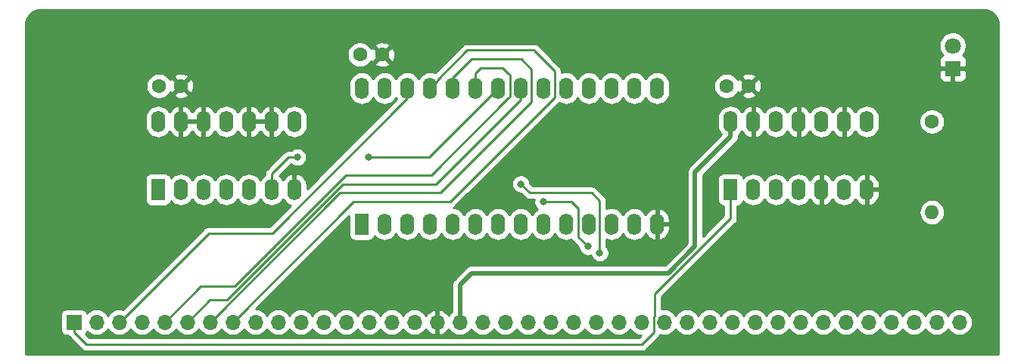
<source format=gbr>
G04 #@! TF.GenerationSoftware,KiCad,Pcbnew,(5.1.2)-2*
G04 #@! TF.CreationDate,2021-09-18T22:38:44+02:00*
G04 #@! TF.ProjectId,aZ80_RAM,615a3830-5f52-4414-9d2e-6b696361645f,rev?*
G04 #@! TF.SameCoordinates,Original*
G04 #@! TF.FileFunction,Copper,L2,Bot*
G04 #@! TF.FilePolarity,Positive*
%FSLAX46Y46*%
G04 Gerber Fmt 4.6, Leading zero omitted, Abs format (unit mm)*
G04 Created by KiCad (PCBNEW (5.1.2)-2) date 2021-09-18 22:38:44*
%MOMM*%
%LPD*%
G04 APERTURE LIST*
%ADD10O,1.600000X1.600000*%
%ADD11C,1.600000*%
%ADD12O,1.600000X2.400000*%
%ADD13R,1.600000X2.400000*%
%ADD14C,1.800000*%
%ADD15R,1.800000X1.800000*%
%ADD16O,1.700000X1.700000*%
%ADD17R,1.700000X1.700000*%
%ADD18C,0.800000*%
%ADD19C,0.500000*%
%ADD20C,0.250000*%
%ADD21C,0.254000*%
G04 APERTURE END LIST*
D10*
X185000000Y-97660000D03*
D11*
X185000000Y-87500000D03*
X123500000Y-80000000D03*
X121000000Y-80000000D03*
D12*
X121220000Y-83760000D03*
X154240000Y-99000000D03*
X123760000Y-83760000D03*
X151700000Y-99000000D03*
X126300000Y-83760000D03*
X149160000Y-99000000D03*
X128840000Y-83760000D03*
X146620000Y-99000000D03*
X131380000Y-83760000D03*
X144080000Y-99000000D03*
X133920000Y-83760000D03*
X141540000Y-99000000D03*
X136460000Y-83760000D03*
X139000000Y-99000000D03*
X139000000Y-83760000D03*
X136460000Y-99000000D03*
X141540000Y-83760000D03*
X133920000Y-99000000D03*
X144080000Y-83760000D03*
X131380000Y-99000000D03*
X146620000Y-83760000D03*
X128840000Y-99000000D03*
X149160000Y-83760000D03*
X126300000Y-99000000D03*
X151700000Y-83760000D03*
X123760000Y-99000000D03*
X154240000Y-83760000D03*
D13*
X121220000Y-99000000D03*
D12*
X98420000Y-87500000D03*
X113660000Y-95120000D03*
X100960000Y-87500000D03*
X111120000Y-95120000D03*
X103500000Y-87500000D03*
X108580000Y-95120000D03*
X106040000Y-87500000D03*
X106040000Y-95120000D03*
X108580000Y-87500000D03*
X103500000Y-95120000D03*
X111120000Y-87500000D03*
X100960000Y-95120000D03*
X113660000Y-87500000D03*
D13*
X98420000Y-95120000D03*
D12*
X162460000Y-87500000D03*
X177700000Y-95120000D03*
X165000000Y-87500000D03*
X175160000Y-95120000D03*
X167540000Y-87500000D03*
X172620000Y-95120000D03*
X170080000Y-87500000D03*
X170080000Y-95120000D03*
X172620000Y-87500000D03*
X167540000Y-95120000D03*
X175160000Y-87500000D03*
X165000000Y-95120000D03*
X177700000Y-87500000D03*
D13*
X162460000Y-95120000D03*
D14*
X187325000Y-78994000D03*
D15*
X187325000Y-81534000D03*
D11*
X101000000Y-83500000D03*
X98500000Y-83500000D03*
X164500000Y-83500000D03*
X162000000Y-83500000D03*
D16*
X188060000Y-110000000D03*
X185520000Y-110000000D03*
X182980000Y-110000000D03*
X180440000Y-110000000D03*
X177900000Y-110000000D03*
X175360000Y-110000000D03*
X172820000Y-110000000D03*
X170280000Y-110000000D03*
X167740000Y-110000000D03*
X165200000Y-110000000D03*
X162660000Y-110000000D03*
X160120000Y-110000000D03*
X157580000Y-110000000D03*
X155040000Y-110000000D03*
X152500000Y-110000000D03*
X149960000Y-110000000D03*
X147420000Y-110000000D03*
X144880000Y-110000000D03*
X142340000Y-110000000D03*
X139800000Y-110000000D03*
X137260000Y-110000000D03*
X134720000Y-110000000D03*
X132180000Y-110000000D03*
X129640000Y-110000000D03*
X127100000Y-110000000D03*
X124560000Y-110000000D03*
X122020000Y-110000000D03*
X119480000Y-110000000D03*
X116940000Y-110000000D03*
X114400000Y-110000000D03*
X111860000Y-110000000D03*
X109320000Y-110000000D03*
X106780000Y-110000000D03*
X104240000Y-110000000D03*
X101700000Y-110000000D03*
X99160000Y-110000000D03*
X96620000Y-110000000D03*
X94080000Y-110000000D03*
X91540000Y-110000000D03*
D17*
X89000000Y-110000000D03*
D18*
X139000000Y-94500000D03*
X147828000Y-102235000D03*
X141500000Y-96500000D03*
X146500000Y-101500000D03*
X122000000Y-91500000D03*
X114000000Y-91500000D03*
D19*
X132180000Y-110000000D02*
X132180000Y-105820000D01*
X132180000Y-105820000D02*
X133500000Y-104500000D01*
X133500000Y-104500000D02*
X155500000Y-104500000D01*
X155500000Y-104500000D02*
X158500000Y-101500000D01*
X162460000Y-89200000D02*
X162460000Y-87500000D01*
X158500000Y-93160000D02*
X162460000Y-89200000D01*
X158500000Y-101500000D02*
X158500000Y-93160000D01*
X121000000Y-83540000D02*
X121220000Y-83760000D01*
X98500000Y-87420000D02*
X98420000Y-87500000D01*
D20*
X129639999Y-82960001D02*
X129639999Y-82860001D01*
X128840000Y-83760000D02*
X129639999Y-82960001D01*
X129639999Y-82860001D02*
X133000000Y-79500000D01*
X133000000Y-79500000D02*
X140500000Y-79500000D01*
X120280000Y-96500000D02*
X106780000Y-110000000D01*
X140500000Y-79500000D02*
X140500000Y-79540000D01*
X140500000Y-79540000D02*
X142814170Y-81854170D01*
X142814170Y-81854170D02*
X142814170Y-84769830D01*
X131084000Y-96500000D02*
X130155000Y-96500000D01*
X142814170Y-84769830D02*
X131084000Y-96500000D01*
X130465002Y-96500000D02*
X130155000Y-96500000D01*
X130155000Y-96500000D02*
X120280000Y-96500000D01*
X131380000Y-83760000D02*
X131380000Y-82620000D01*
X131380000Y-82620000D02*
X133500000Y-80500000D01*
X140125001Y-85374999D02*
X130000000Y-95500000D01*
X118740000Y-95500000D02*
X104240000Y-110000000D01*
X130000000Y-95500000D02*
X118740000Y-95500000D01*
X140125001Y-85374999D02*
X140125001Y-85356584D01*
X140125001Y-85356584D02*
X140208000Y-85273585D01*
X140208000Y-85273585D02*
X140208000Y-81661000D01*
X139047000Y-80500000D02*
X137142000Y-80500000D01*
X140208000Y-81661000D02*
X139047000Y-80500000D01*
X133500000Y-80500000D02*
X137142000Y-80500000D01*
X137142000Y-80500000D02*
X137405002Y-80500000D01*
X139000000Y-85028000D02*
X139000000Y-83760000D01*
X138228001Y-85799999D02*
X139000000Y-85028000D01*
X104200000Y-107500000D02*
X106103590Y-107500000D01*
X101700000Y-110000000D02*
X104200000Y-107500000D01*
X119103590Y-94500000D02*
X129500000Y-94500000D01*
X106103590Y-107500000D02*
X119103590Y-94500000D01*
X129500000Y-94500000D02*
X138200001Y-85799999D01*
X138200001Y-85799999D02*
X138228001Y-85799999D01*
X106967180Y-106000000D02*
X103160000Y-106000000D01*
X129000000Y-93500000D02*
X119467180Y-93500000D01*
X133920000Y-82080000D02*
X134500000Y-81500000D01*
X133920000Y-83760000D02*
X133920000Y-82080000D01*
X134500000Y-81500000D02*
X137000000Y-81500000D01*
X103160000Y-106000000D02*
X99160000Y-110000000D01*
X119467180Y-93500000D02*
X106967180Y-106000000D01*
X137585001Y-84914999D02*
X129000000Y-93500000D01*
X137585001Y-84914999D02*
X137589001Y-84914999D01*
X137589001Y-84914999D02*
X137795000Y-84709000D01*
X137795000Y-82295000D02*
X137414500Y-81914500D01*
X137795000Y-84709000D02*
X137795000Y-82295000D01*
X137000000Y-81500000D02*
X137414500Y-81914500D01*
X137414500Y-81914500D02*
X137585001Y-82085001D01*
X126300000Y-84891370D02*
X111191370Y-100000000D01*
X126300000Y-83760000D02*
X126300000Y-84891370D01*
X104080000Y-100000000D02*
X94080000Y-110000000D01*
X111191370Y-100000000D02*
X104080000Y-100000000D01*
X162460000Y-98353186D02*
X154000000Y-106813186D01*
X162460000Y-95120000D02*
X162460000Y-98353186D01*
X153864999Y-109435999D02*
X153864999Y-111135001D01*
X154000000Y-106813186D02*
X154000000Y-109300998D01*
X154000000Y-109300998D02*
X153864999Y-109435999D01*
X153864999Y-111135001D02*
X152500000Y-112500000D01*
X89000000Y-111100000D02*
X89000000Y-110000000D01*
X90400000Y-112500000D02*
X89000000Y-111100000D01*
X152500000Y-112500000D02*
X90400000Y-112500000D01*
X139000000Y-94500000D02*
X140000000Y-95500000D01*
X140000000Y-95500000D02*
X146500000Y-95500000D01*
X146500000Y-95500000D02*
X146935000Y-95500000D01*
X146935000Y-95500000D02*
X147828000Y-96393000D01*
X147828000Y-96393000D02*
X147828000Y-101854000D01*
X147828000Y-101854000D02*
X147828000Y-102235000D01*
X145430610Y-100430610D02*
X146500000Y-101500000D01*
X145388610Y-100430610D02*
X145430610Y-100430610D01*
X145388610Y-97255610D02*
X145388610Y-100430610D01*
X141500000Y-96500000D02*
X144633000Y-96500000D01*
X144633000Y-96500000D02*
X145388610Y-97255610D01*
X136460000Y-83760000D02*
X128720000Y-91500000D01*
X128720000Y-91500000D02*
X122000000Y-91500000D01*
X114000000Y-91500000D02*
X113000000Y-91500000D01*
X111120000Y-93380000D02*
X111120000Y-95120000D01*
X113000000Y-91500000D02*
X111120000Y-93380000D01*
D21*
G36*
X190625973Y-74954997D02*
G01*
X191008006Y-74992455D01*
X191342748Y-75093520D01*
X191651492Y-75257681D01*
X191922471Y-75478687D01*
X192145361Y-75748115D01*
X192311670Y-76055697D01*
X192415072Y-76389736D01*
X192454996Y-76769582D01*
X192445185Y-113581000D01*
X83595000Y-113581000D01*
X83595000Y-109150000D01*
X87511928Y-109150000D01*
X87511928Y-110850000D01*
X87524188Y-110974482D01*
X87560498Y-111094180D01*
X87619463Y-111204494D01*
X87698815Y-111301185D01*
X87795506Y-111380537D01*
X87905820Y-111439502D01*
X88025518Y-111475812D01*
X88150000Y-111488072D01*
X88345674Y-111488072D01*
X88365026Y-111524276D01*
X88393751Y-111559277D01*
X88459999Y-111640001D01*
X88489003Y-111663804D01*
X89836201Y-113011003D01*
X89859999Y-113040001D01*
X89888997Y-113063799D01*
X89975723Y-113134974D01*
X90107753Y-113205546D01*
X90251014Y-113249003D01*
X90362667Y-113260000D01*
X90362677Y-113260000D01*
X90400000Y-113263676D01*
X90437322Y-113260000D01*
X152462678Y-113260000D01*
X152500000Y-113263676D01*
X152537322Y-113260000D01*
X152537333Y-113260000D01*
X152648986Y-113249003D01*
X152792247Y-113205546D01*
X152924276Y-113134974D01*
X153040001Y-113040001D01*
X153063804Y-113010997D01*
X154376002Y-111698800D01*
X154405000Y-111675002D01*
X154433725Y-111640001D01*
X154499973Y-111559278D01*
X154570545Y-111427248D01*
X154575499Y-111410916D01*
X154748889Y-111463513D01*
X154967050Y-111485000D01*
X155112950Y-111485000D01*
X155331111Y-111463513D01*
X155611034Y-111378599D01*
X155869014Y-111240706D01*
X156095134Y-111055134D01*
X156280706Y-110829014D01*
X156310000Y-110774209D01*
X156339294Y-110829014D01*
X156524866Y-111055134D01*
X156750986Y-111240706D01*
X157008966Y-111378599D01*
X157288889Y-111463513D01*
X157507050Y-111485000D01*
X157652950Y-111485000D01*
X157871111Y-111463513D01*
X158151034Y-111378599D01*
X158409014Y-111240706D01*
X158635134Y-111055134D01*
X158820706Y-110829014D01*
X158850000Y-110774209D01*
X158879294Y-110829014D01*
X159064866Y-111055134D01*
X159290986Y-111240706D01*
X159548966Y-111378599D01*
X159828889Y-111463513D01*
X160047050Y-111485000D01*
X160192950Y-111485000D01*
X160411111Y-111463513D01*
X160691034Y-111378599D01*
X160949014Y-111240706D01*
X161175134Y-111055134D01*
X161360706Y-110829014D01*
X161390000Y-110774209D01*
X161419294Y-110829014D01*
X161604866Y-111055134D01*
X161830986Y-111240706D01*
X162088966Y-111378599D01*
X162368889Y-111463513D01*
X162587050Y-111485000D01*
X162732950Y-111485000D01*
X162951111Y-111463513D01*
X163231034Y-111378599D01*
X163489014Y-111240706D01*
X163715134Y-111055134D01*
X163900706Y-110829014D01*
X163930000Y-110774209D01*
X163959294Y-110829014D01*
X164144866Y-111055134D01*
X164370986Y-111240706D01*
X164628966Y-111378599D01*
X164908889Y-111463513D01*
X165127050Y-111485000D01*
X165272950Y-111485000D01*
X165491111Y-111463513D01*
X165771034Y-111378599D01*
X166029014Y-111240706D01*
X166255134Y-111055134D01*
X166440706Y-110829014D01*
X166470000Y-110774209D01*
X166499294Y-110829014D01*
X166684866Y-111055134D01*
X166910986Y-111240706D01*
X167168966Y-111378599D01*
X167448889Y-111463513D01*
X167667050Y-111485000D01*
X167812950Y-111485000D01*
X168031111Y-111463513D01*
X168311034Y-111378599D01*
X168569014Y-111240706D01*
X168795134Y-111055134D01*
X168980706Y-110829014D01*
X169010000Y-110774209D01*
X169039294Y-110829014D01*
X169224866Y-111055134D01*
X169450986Y-111240706D01*
X169708966Y-111378599D01*
X169988889Y-111463513D01*
X170207050Y-111485000D01*
X170352950Y-111485000D01*
X170571111Y-111463513D01*
X170851034Y-111378599D01*
X171109014Y-111240706D01*
X171335134Y-111055134D01*
X171520706Y-110829014D01*
X171550000Y-110774209D01*
X171579294Y-110829014D01*
X171764866Y-111055134D01*
X171990986Y-111240706D01*
X172248966Y-111378599D01*
X172528889Y-111463513D01*
X172747050Y-111485000D01*
X172892950Y-111485000D01*
X173111111Y-111463513D01*
X173391034Y-111378599D01*
X173649014Y-111240706D01*
X173875134Y-111055134D01*
X174060706Y-110829014D01*
X174090000Y-110774209D01*
X174119294Y-110829014D01*
X174304866Y-111055134D01*
X174530986Y-111240706D01*
X174788966Y-111378599D01*
X175068889Y-111463513D01*
X175287050Y-111485000D01*
X175432950Y-111485000D01*
X175651111Y-111463513D01*
X175931034Y-111378599D01*
X176189014Y-111240706D01*
X176415134Y-111055134D01*
X176600706Y-110829014D01*
X176630000Y-110774209D01*
X176659294Y-110829014D01*
X176844866Y-111055134D01*
X177070986Y-111240706D01*
X177328966Y-111378599D01*
X177608889Y-111463513D01*
X177827050Y-111485000D01*
X177972950Y-111485000D01*
X178191111Y-111463513D01*
X178471034Y-111378599D01*
X178729014Y-111240706D01*
X178955134Y-111055134D01*
X179140706Y-110829014D01*
X179170000Y-110774209D01*
X179199294Y-110829014D01*
X179384866Y-111055134D01*
X179610986Y-111240706D01*
X179868966Y-111378599D01*
X180148889Y-111463513D01*
X180367050Y-111485000D01*
X180512950Y-111485000D01*
X180731111Y-111463513D01*
X181011034Y-111378599D01*
X181269014Y-111240706D01*
X181495134Y-111055134D01*
X181680706Y-110829014D01*
X181710000Y-110774209D01*
X181739294Y-110829014D01*
X181924866Y-111055134D01*
X182150986Y-111240706D01*
X182408966Y-111378599D01*
X182688889Y-111463513D01*
X182907050Y-111485000D01*
X183052950Y-111485000D01*
X183271111Y-111463513D01*
X183551034Y-111378599D01*
X183809014Y-111240706D01*
X184035134Y-111055134D01*
X184220706Y-110829014D01*
X184250000Y-110774209D01*
X184279294Y-110829014D01*
X184464866Y-111055134D01*
X184690986Y-111240706D01*
X184948966Y-111378599D01*
X185228889Y-111463513D01*
X185447050Y-111485000D01*
X185592950Y-111485000D01*
X185811111Y-111463513D01*
X186091034Y-111378599D01*
X186349014Y-111240706D01*
X186575134Y-111055134D01*
X186760706Y-110829014D01*
X186790000Y-110774209D01*
X186819294Y-110829014D01*
X187004866Y-111055134D01*
X187230986Y-111240706D01*
X187488966Y-111378599D01*
X187768889Y-111463513D01*
X187987050Y-111485000D01*
X188132950Y-111485000D01*
X188351111Y-111463513D01*
X188631034Y-111378599D01*
X188889014Y-111240706D01*
X189115134Y-111055134D01*
X189300706Y-110829014D01*
X189438599Y-110571034D01*
X189523513Y-110291111D01*
X189552185Y-110000000D01*
X189523513Y-109708889D01*
X189438599Y-109428966D01*
X189300706Y-109170986D01*
X189115134Y-108944866D01*
X188889014Y-108759294D01*
X188631034Y-108621401D01*
X188351111Y-108536487D01*
X188132950Y-108515000D01*
X187987050Y-108515000D01*
X187768889Y-108536487D01*
X187488966Y-108621401D01*
X187230986Y-108759294D01*
X187004866Y-108944866D01*
X186819294Y-109170986D01*
X186790000Y-109225791D01*
X186760706Y-109170986D01*
X186575134Y-108944866D01*
X186349014Y-108759294D01*
X186091034Y-108621401D01*
X185811111Y-108536487D01*
X185592950Y-108515000D01*
X185447050Y-108515000D01*
X185228889Y-108536487D01*
X184948966Y-108621401D01*
X184690986Y-108759294D01*
X184464866Y-108944866D01*
X184279294Y-109170986D01*
X184250000Y-109225791D01*
X184220706Y-109170986D01*
X184035134Y-108944866D01*
X183809014Y-108759294D01*
X183551034Y-108621401D01*
X183271111Y-108536487D01*
X183052950Y-108515000D01*
X182907050Y-108515000D01*
X182688889Y-108536487D01*
X182408966Y-108621401D01*
X182150986Y-108759294D01*
X181924866Y-108944866D01*
X181739294Y-109170986D01*
X181710000Y-109225791D01*
X181680706Y-109170986D01*
X181495134Y-108944866D01*
X181269014Y-108759294D01*
X181011034Y-108621401D01*
X180731111Y-108536487D01*
X180512950Y-108515000D01*
X180367050Y-108515000D01*
X180148889Y-108536487D01*
X179868966Y-108621401D01*
X179610986Y-108759294D01*
X179384866Y-108944866D01*
X179199294Y-109170986D01*
X179170000Y-109225791D01*
X179140706Y-109170986D01*
X178955134Y-108944866D01*
X178729014Y-108759294D01*
X178471034Y-108621401D01*
X178191111Y-108536487D01*
X177972950Y-108515000D01*
X177827050Y-108515000D01*
X177608889Y-108536487D01*
X177328966Y-108621401D01*
X177070986Y-108759294D01*
X176844866Y-108944866D01*
X176659294Y-109170986D01*
X176630000Y-109225791D01*
X176600706Y-109170986D01*
X176415134Y-108944866D01*
X176189014Y-108759294D01*
X175931034Y-108621401D01*
X175651111Y-108536487D01*
X175432950Y-108515000D01*
X175287050Y-108515000D01*
X175068889Y-108536487D01*
X174788966Y-108621401D01*
X174530986Y-108759294D01*
X174304866Y-108944866D01*
X174119294Y-109170986D01*
X174090000Y-109225791D01*
X174060706Y-109170986D01*
X173875134Y-108944866D01*
X173649014Y-108759294D01*
X173391034Y-108621401D01*
X173111111Y-108536487D01*
X172892950Y-108515000D01*
X172747050Y-108515000D01*
X172528889Y-108536487D01*
X172248966Y-108621401D01*
X171990986Y-108759294D01*
X171764866Y-108944866D01*
X171579294Y-109170986D01*
X171550000Y-109225791D01*
X171520706Y-109170986D01*
X171335134Y-108944866D01*
X171109014Y-108759294D01*
X170851034Y-108621401D01*
X170571111Y-108536487D01*
X170352950Y-108515000D01*
X170207050Y-108515000D01*
X169988889Y-108536487D01*
X169708966Y-108621401D01*
X169450986Y-108759294D01*
X169224866Y-108944866D01*
X169039294Y-109170986D01*
X169010000Y-109225791D01*
X168980706Y-109170986D01*
X168795134Y-108944866D01*
X168569014Y-108759294D01*
X168311034Y-108621401D01*
X168031111Y-108536487D01*
X167812950Y-108515000D01*
X167667050Y-108515000D01*
X167448889Y-108536487D01*
X167168966Y-108621401D01*
X166910986Y-108759294D01*
X166684866Y-108944866D01*
X166499294Y-109170986D01*
X166470000Y-109225791D01*
X166440706Y-109170986D01*
X166255134Y-108944866D01*
X166029014Y-108759294D01*
X165771034Y-108621401D01*
X165491111Y-108536487D01*
X165272950Y-108515000D01*
X165127050Y-108515000D01*
X164908889Y-108536487D01*
X164628966Y-108621401D01*
X164370986Y-108759294D01*
X164144866Y-108944866D01*
X163959294Y-109170986D01*
X163930000Y-109225791D01*
X163900706Y-109170986D01*
X163715134Y-108944866D01*
X163489014Y-108759294D01*
X163231034Y-108621401D01*
X162951111Y-108536487D01*
X162732950Y-108515000D01*
X162587050Y-108515000D01*
X162368889Y-108536487D01*
X162088966Y-108621401D01*
X161830986Y-108759294D01*
X161604866Y-108944866D01*
X161419294Y-109170986D01*
X161390000Y-109225791D01*
X161360706Y-109170986D01*
X161175134Y-108944866D01*
X160949014Y-108759294D01*
X160691034Y-108621401D01*
X160411111Y-108536487D01*
X160192950Y-108515000D01*
X160047050Y-108515000D01*
X159828889Y-108536487D01*
X159548966Y-108621401D01*
X159290986Y-108759294D01*
X159064866Y-108944866D01*
X158879294Y-109170986D01*
X158850000Y-109225791D01*
X158820706Y-109170986D01*
X158635134Y-108944866D01*
X158409014Y-108759294D01*
X158151034Y-108621401D01*
X157871111Y-108536487D01*
X157652950Y-108515000D01*
X157507050Y-108515000D01*
X157288889Y-108536487D01*
X157008966Y-108621401D01*
X156750986Y-108759294D01*
X156524866Y-108944866D01*
X156339294Y-109170986D01*
X156310000Y-109225791D01*
X156280706Y-109170986D01*
X156095134Y-108944866D01*
X155869014Y-108759294D01*
X155611034Y-108621401D01*
X155331111Y-108536487D01*
X155112950Y-108515000D01*
X154967050Y-108515000D01*
X154760000Y-108535393D01*
X154760000Y-107127987D01*
X162971003Y-98916985D01*
X163000001Y-98893187D01*
X163094974Y-98777462D01*
X163165546Y-98645433D01*
X163209003Y-98502172D01*
X163220000Y-98390519D01*
X163220000Y-98390511D01*
X163223676Y-98353186D01*
X163220000Y-98315861D01*
X163220000Y-97660000D01*
X183558057Y-97660000D01*
X183585764Y-97941309D01*
X183667818Y-98211808D01*
X183801068Y-98461101D01*
X183980392Y-98679608D01*
X184198899Y-98858932D01*
X184448192Y-98992182D01*
X184718691Y-99074236D01*
X184929508Y-99095000D01*
X185070492Y-99095000D01*
X185281309Y-99074236D01*
X185551808Y-98992182D01*
X185801101Y-98858932D01*
X186019608Y-98679608D01*
X186198932Y-98461101D01*
X186332182Y-98211808D01*
X186414236Y-97941309D01*
X186441943Y-97660000D01*
X186414236Y-97378691D01*
X186332182Y-97108192D01*
X186198932Y-96858899D01*
X186019608Y-96640392D01*
X185801101Y-96461068D01*
X185551808Y-96327818D01*
X185281309Y-96245764D01*
X185070492Y-96225000D01*
X184929508Y-96225000D01*
X184718691Y-96245764D01*
X184448192Y-96327818D01*
X184198899Y-96461068D01*
X183980392Y-96640392D01*
X183801068Y-96858899D01*
X183667818Y-97108192D01*
X183585764Y-97378691D01*
X183558057Y-97660000D01*
X163220000Y-97660000D01*
X163220000Y-96958072D01*
X163260000Y-96958072D01*
X163384482Y-96945812D01*
X163504180Y-96909502D01*
X163614494Y-96850537D01*
X163711185Y-96771185D01*
X163790537Y-96674494D01*
X163849502Y-96564180D01*
X163885812Y-96444482D01*
X163887581Y-96426517D01*
X163980393Y-96539608D01*
X164198900Y-96718932D01*
X164448193Y-96852182D01*
X164718692Y-96934236D01*
X165000000Y-96961943D01*
X165281309Y-96934236D01*
X165551808Y-96852182D01*
X165801101Y-96718932D01*
X166019608Y-96539608D01*
X166198932Y-96321101D01*
X166270000Y-96188142D01*
X166341068Y-96321101D01*
X166520393Y-96539608D01*
X166738900Y-96718932D01*
X166988193Y-96852182D01*
X167258692Y-96934236D01*
X167540000Y-96961943D01*
X167821309Y-96934236D01*
X168091808Y-96852182D01*
X168341101Y-96718932D01*
X168559608Y-96539608D01*
X168738932Y-96321101D01*
X168810000Y-96188142D01*
X168881068Y-96321101D01*
X169060393Y-96539608D01*
X169278900Y-96718932D01*
X169528193Y-96852182D01*
X169798692Y-96934236D01*
X170080000Y-96961943D01*
X170361309Y-96934236D01*
X170631808Y-96852182D01*
X170881101Y-96718932D01*
X171099608Y-96539608D01*
X171278932Y-96321101D01*
X171347265Y-96193259D01*
X171497399Y-96422839D01*
X171695105Y-96624500D01*
X171928354Y-96783715D01*
X172188182Y-96894367D01*
X172270961Y-96911904D01*
X172493000Y-96789915D01*
X172493000Y-95247000D01*
X172473000Y-95247000D01*
X172473000Y-94993000D01*
X172493000Y-94993000D01*
X172493000Y-93450085D01*
X172747000Y-93450085D01*
X172747000Y-94993000D01*
X172767000Y-94993000D01*
X172767000Y-95247000D01*
X172747000Y-95247000D01*
X172747000Y-96789915D01*
X172969039Y-96911904D01*
X173051818Y-96894367D01*
X173311646Y-96783715D01*
X173544895Y-96624500D01*
X173742601Y-96422839D01*
X173892735Y-96193259D01*
X173961068Y-96321101D01*
X174140393Y-96539608D01*
X174358900Y-96718932D01*
X174608193Y-96852182D01*
X174878692Y-96934236D01*
X175160000Y-96961943D01*
X175441309Y-96934236D01*
X175711808Y-96852182D01*
X175961101Y-96718932D01*
X176179608Y-96539608D01*
X176358932Y-96321101D01*
X176427265Y-96193259D01*
X176577399Y-96422839D01*
X176775105Y-96624500D01*
X177008354Y-96783715D01*
X177268182Y-96894367D01*
X177350961Y-96911904D01*
X177573000Y-96789915D01*
X177573000Y-95247000D01*
X177827000Y-95247000D01*
X177827000Y-96789915D01*
X178049039Y-96911904D01*
X178131818Y-96894367D01*
X178391646Y-96783715D01*
X178624895Y-96624500D01*
X178822601Y-96422839D01*
X178977166Y-96186483D01*
X179082650Y-95924514D01*
X179135000Y-95647000D01*
X179135000Y-95247000D01*
X177827000Y-95247000D01*
X177573000Y-95247000D01*
X177553000Y-95247000D01*
X177553000Y-94993000D01*
X177573000Y-94993000D01*
X177573000Y-93450085D01*
X177827000Y-93450085D01*
X177827000Y-94993000D01*
X179135000Y-94993000D01*
X179135000Y-94593000D01*
X179082650Y-94315486D01*
X178977166Y-94053517D01*
X178822601Y-93817161D01*
X178624895Y-93615500D01*
X178391646Y-93456285D01*
X178131818Y-93345633D01*
X178049039Y-93328096D01*
X177827000Y-93450085D01*
X177573000Y-93450085D01*
X177350961Y-93328096D01*
X177268182Y-93345633D01*
X177008354Y-93456285D01*
X176775105Y-93615500D01*
X176577399Y-93817161D01*
X176427265Y-94046741D01*
X176358932Y-93918899D01*
X176179607Y-93700392D01*
X175961100Y-93521068D01*
X175711807Y-93387818D01*
X175441308Y-93305764D01*
X175160000Y-93278057D01*
X174878691Y-93305764D01*
X174608192Y-93387818D01*
X174358899Y-93521068D01*
X174140392Y-93700393D01*
X173961068Y-93918900D01*
X173892735Y-94046742D01*
X173742601Y-93817161D01*
X173544895Y-93615500D01*
X173311646Y-93456285D01*
X173051818Y-93345633D01*
X172969039Y-93328096D01*
X172747000Y-93450085D01*
X172493000Y-93450085D01*
X172270961Y-93328096D01*
X172188182Y-93345633D01*
X171928354Y-93456285D01*
X171695105Y-93615500D01*
X171497399Y-93817161D01*
X171347265Y-94046741D01*
X171278932Y-93918899D01*
X171099607Y-93700392D01*
X170881100Y-93521068D01*
X170631807Y-93387818D01*
X170361308Y-93305764D01*
X170080000Y-93278057D01*
X169798691Y-93305764D01*
X169528192Y-93387818D01*
X169278899Y-93521068D01*
X169060392Y-93700393D01*
X168881068Y-93918900D01*
X168810000Y-94051858D01*
X168738932Y-93918899D01*
X168559607Y-93700392D01*
X168341100Y-93521068D01*
X168091807Y-93387818D01*
X167821308Y-93305764D01*
X167540000Y-93278057D01*
X167258691Y-93305764D01*
X166988192Y-93387818D01*
X166738899Y-93521068D01*
X166520392Y-93700393D01*
X166341068Y-93918900D01*
X166270000Y-94051858D01*
X166198932Y-93918899D01*
X166019607Y-93700392D01*
X165801100Y-93521068D01*
X165551807Y-93387818D01*
X165281308Y-93305764D01*
X165000000Y-93278057D01*
X164718691Y-93305764D01*
X164448192Y-93387818D01*
X164198899Y-93521068D01*
X163980392Y-93700393D01*
X163887581Y-93813483D01*
X163885812Y-93795518D01*
X163849502Y-93675820D01*
X163790537Y-93565506D01*
X163711185Y-93468815D01*
X163614494Y-93389463D01*
X163504180Y-93330498D01*
X163384482Y-93294188D01*
X163260000Y-93281928D01*
X161660000Y-93281928D01*
X161535518Y-93294188D01*
X161415820Y-93330498D01*
X161305506Y-93389463D01*
X161208815Y-93468815D01*
X161129463Y-93565506D01*
X161070498Y-93675820D01*
X161034188Y-93795518D01*
X161021928Y-93920000D01*
X161021928Y-96320000D01*
X161034188Y-96444482D01*
X161070498Y-96564180D01*
X161129463Y-96674494D01*
X161208815Y-96771185D01*
X161305506Y-96850537D01*
X161415820Y-96909502D01*
X161535518Y-96945812D01*
X161660000Y-96958072D01*
X161700001Y-96958072D01*
X161700001Y-98038383D01*
X159385000Y-100353384D01*
X159385000Y-93526578D01*
X163055050Y-89856528D01*
X163088817Y-89828817D01*
X163199411Y-89694059D01*
X163281589Y-89540313D01*
X163332195Y-89373490D01*
X163345000Y-89243477D01*
X163345000Y-89243469D01*
X163349281Y-89200000D01*
X163345000Y-89156531D01*
X163345000Y-89030078D01*
X163479608Y-88919608D01*
X163658932Y-88701101D01*
X163727265Y-88573259D01*
X163877399Y-88802839D01*
X164075105Y-89004500D01*
X164308354Y-89163715D01*
X164568182Y-89274367D01*
X164650961Y-89291904D01*
X164873000Y-89169915D01*
X164873000Y-87627000D01*
X164853000Y-87627000D01*
X164853000Y-87373000D01*
X164873000Y-87373000D01*
X164873000Y-85830085D01*
X165127000Y-85830085D01*
X165127000Y-87373000D01*
X165147000Y-87373000D01*
X165147000Y-87627000D01*
X165127000Y-87627000D01*
X165127000Y-89169915D01*
X165349039Y-89291904D01*
X165431818Y-89274367D01*
X165691646Y-89163715D01*
X165924895Y-89004500D01*
X166122601Y-88802839D01*
X166272735Y-88573259D01*
X166341068Y-88701101D01*
X166520393Y-88919608D01*
X166738900Y-89098932D01*
X166988193Y-89232182D01*
X167258692Y-89314236D01*
X167540000Y-89341943D01*
X167821309Y-89314236D01*
X168091808Y-89232182D01*
X168341101Y-89098932D01*
X168559608Y-88919608D01*
X168738932Y-88701101D01*
X168807265Y-88573259D01*
X168957399Y-88802839D01*
X169155105Y-89004500D01*
X169388354Y-89163715D01*
X169648182Y-89274367D01*
X169730961Y-89291904D01*
X169953000Y-89169915D01*
X169953000Y-87627000D01*
X169933000Y-87627000D01*
X169933000Y-87373000D01*
X169953000Y-87373000D01*
X169953000Y-85830085D01*
X170207000Y-85830085D01*
X170207000Y-87373000D01*
X170227000Y-87373000D01*
X170227000Y-87627000D01*
X170207000Y-87627000D01*
X170207000Y-89169915D01*
X170429039Y-89291904D01*
X170511818Y-89274367D01*
X170771646Y-89163715D01*
X171004895Y-89004500D01*
X171202601Y-88802839D01*
X171352735Y-88573259D01*
X171421068Y-88701101D01*
X171600393Y-88919608D01*
X171818900Y-89098932D01*
X172068193Y-89232182D01*
X172338692Y-89314236D01*
X172620000Y-89341943D01*
X172901309Y-89314236D01*
X173171808Y-89232182D01*
X173421101Y-89098932D01*
X173639608Y-88919608D01*
X173818932Y-88701101D01*
X173887265Y-88573259D01*
X174037399Y-88802839D01*
X174235105Y-89004500D01*
X174468354Y-89163715D01*
X174728182Y-89274367D01*
X174810961Y-89291904D01*
X175033000Y-89169915D01*
X175033000Y-87627000D01*
X175013000Y-87627000D01*
X175013000Y-87373000D01*
X175033000Y-87373000D01*
X175033000Y-85830085D01*
X175287000Y-85830085D01*
X175287000Y-87373000D01*
X175307000Y-87373000D01*
X175307000Y-87627000D01*
X175287000Y-87627000D01*
X175287000Y-89169915D01*
X175509039Y-89291904D01*
X175591818Y-89274367D01*
X175851646Y-89163715D01*
X176084895Y-89004500D01*
X176282601Y-88802839D01*
X176432735Y-88573259D01*
X176501068Y-88701101D01*
X176680393Y-88919608D01*
X176898900Y-89098932D01*
X177148193Y-89232182D01*
X177418692Y-89314236D01*
X177700000Y-89341943D01*
X177981309Y-89314236D01*
X178251808Y-89232182D01*
X178501101Y-89098932D01*
X178719608Y-88919608D01*
X178898932Y-88701101D01*
X179032182Y-88451808D01*
X179114236Y-88181309D01*
X179135000Y-87970491D01*
X179135000Y-87358665D01*
X183565000Y-87358665D01*
X183565000Y-87641335D01*
X183620147Y-87918574D01*
X183728320Y-88179727D01*
X183885363Y-88414759D01*
X184085241Y-88614637D01*
X184320273Y-88771680D01*
X184581426Y-88879853D01*
X184858665Y-88935000D01*
X185141335Y-88935000D01*
X185418574Y-88879853D01*
X185679727Y-88771680D01*
X185914759Y-88614637D01*
X186114637Y-88414759D01*
X186271680Y-88179727D01*
X186379853Y-87918574D01*
X186435000Y-87641335D01*
X186435000Y-87358665D01*
X186379853Y-87081426D01*
X186271680Y-86820273D01*
X186114637Y-86585241D01*
X185914759Y-86385363D01*
X185679727Y-86228320D01*
X185418574Y-86120147D01*
X185141335Y-86065000D01*
X184858665Y-86065000D01*
X184581426Y-86120147D01*
X184320273Y-86228320D01*
X184085241Y-86385363D01*
X183885363Y-86585241D01*
X183728320Y-86820273D01*
X183620147Y-87081426D01*
X183565000Y-87358665D01*
X179135000Y-87358665D01*
X179135000Y-87029508D01*
X179114236Y-86818691D01*
X179032182Y-86548192D01*
X178898932Y-86298899D01*
X178719607Y-86080392D01*
X178501100Y-85901068D01*
X178251807Y-85767818D01*
X177981308Y-85685764D01*
X177700000Y-85658057D01*
X177418691Y-85685764D01*
X177148192Y-85767818D01*
X176898899Y-85901068D01*
X176680392Y-86080393D01*
X176501068Y-86298900D01*
X176432735Y-86426742D01*
X176282601Y-86197161D01*
X176084895Y-85995500D01*
X175851646Y-85836285D01*
X175591818Y-85725633D01*
X175509039Y-85708096D01*
X175287000Y-85830085D01*
X175033000Y-85830085D01*
X174810961Y-85708096D01*
X174728182Y-85725633D01*
X174468354Y-85836285D01*
X174235105Y-85995500D01*
X174037399Y-86197161D01*
X173887265Y-86426741D01*
X173818932Y-86298899D01*
X173639607Y-86080392D01*
X173421100Y-85901068D01*
X173171807Y-85767818D01*
X172901308Y-85685764D01*
X172620000Y-85658057D01*
X172338691Y-85685764D01*
X172068192Y-85767818D01*
X171818899Y-85901068D01*
X171600392Y-86080393D01*
X171421068Y-86298900D01*
X171352735Y-86426742D01*
X171202601Y-86197161D01*
X171004895Y-85995500D01*
X170771646Y-85836285D01*
X170511818Y-85725633D01*
X170429039Y-85708096D01*
X170207000Y-85830085D01*
X169953000Y-85830085D01*
X169730961Y-85708096D01*
X169648182Y-85725633D01*
X169388354Y-85836285D01*
X169155105Y-85995500D01*
X168957399Y-86197161D01*
X168807265Y-86426741D01*
X168738932Y-86298899D01*
X168559607Y-86080392D01*
X168341100Y-85901068D01*
X168091807Y-85767818D01*
X167821308Y-85685764D01*
X167540000Y-85658057D01*
X167258691Y-85685764D01*
X166988192Y-85767818D01*
X166738899Y-85901068D01*
X166520392Y-86080393D01*
X166341068Y-86298900D01*
X166272735Y-86426742D01*
X166122601Y-86197161D01*
X165924895Y-85995500D01*
X165691646Y-85836285D01*
X165431818Y-85725633D01*
X165349039Y-85708096D01*
X165127000Y-85830085D01*
X164873000Y-85830085D01*
X164650961Y-85708096D01*
X164568182Y-85725633D01*
X164308354Y-85836285D01*
X164075105Y-85995500D01*
X163877399Y-86197161D01*
X163727265Y-86426741D01*
X163658932Y-86298899D01*
X163479607Y-86080392D01*
X163261100Y-85901068D01*
X163011807Y-85767818D01*
X162741308Y-85685764D01*
X162460000Y-85658057D01*
X162178691Y-85685764D01*
X161908192Y-85767818D01*
X161658899Y-85901068D01*
X161440392Y-86080393D01*
X161261068Y-86298900D01*
X161127818Y-86548193D01*
X161045764Y-86818692D01*
X161025000Y-87029509D01*
X161025000Y-87970492D01*
X161045764Y-88181309D01*
X161127818Y-88451808D01*
X161261068Y-88701101D01*
X161440393Y-88919608D01*
X161466988Y-88941434D01*
X157904951Y-92503470D01*
X157871184Y-92531183D01*
X157843471Y-92564951D01*
X157843468Y-92564954D01*
X157760590Y-92665941D01*
X157678412Y-92819687D01*
X157627805Y-92986510D01*
X157610719Y-93160000D01*
X157615001Y-93203479D01*
X157615000Y-101133421D01*
X155133422Y-103615000D01*
X133543469Y-103615000D01*
X133500000Y-103610719D01*
X133456531Y-103615000D01*
X133456523Y-103615000D01*
X133326510Y-103627805D01*
X133159687Y-103678411D01*
X133005941Y-103760589D01*
X132904953Y-103843468D01*
X132904951Y-103843470D01*
X132871183Y-103871183D01*
X132843470Y-103904951D01*
X131584951Y-105163471D01*
X131551184Y-105191183D01*
X131523471Y-105224951D01*
X131523468Y-105224954D01*
X131440590Y-105325941D01*
X131358412Y-105479687D01*
X131307805Y-105646510D01*
X131290719Y-105820000D01*
X131295001Y-105863479D01*
X131295000Y-108805240D01*
X131124866Y-108944866D01*
X130939294Y-109170986D01*
X130904799Y-109235523D01*
X130835178Y-109118645D01*
X130640269Y-108902412D01*
X130406920Y-108728359D01*
X130144099Y-108603175D01*
X129996890Y-108558524D01*
X129767000Y-108679845D01*
X129767000Y-109873000D01*
X129787000Y-109873000D01*
X129787000Y-110127000D01*
X129767000Y-110127000D01*
X129767000Y-111320155D01*
X129996890Y-111441476D01*
X130144099Y-111396825D01*
X130406920Y-111271641D01*
X130640269Y-111097588D01*
X130835178Y-110881355D01*
X130904799Y-110764477D01*
X130939294Y-110829014D01*
X131124866Y-111055134D01*
X131350986Y-111240706D01*
X131608966Y-111378599D01*
X131888889Y-111463513D01*
X132107050Y-111485000D01*
X132252950Y-111485000D01*
X132471111Y-111463513D01*
X132751034Y-111378599D01*
X133009014Y-111240706D01*
X133235134Y-111055134D01*
X133420706Y-110829014D01*
X133450000Y-110774209D01*
X133479294Y-110829014D01*
X133664866Y-111055134D01*
X133890986Y-111240706D01*
X134148966Y-111378599D01*
X134428889Y-111463513D01*
X134647050Y-111485000D01*
X134792950Y-111485000D01*
X135011111Y-111463513D01*
X135291034Y-111378599D01*
X135549014Y-111240706D01*
X135775134Y-111055134D01*
X135960706Y-110829014D01*
X135990000Y-110774209D01*
X136019294Y-110829014D01*
X136204866Y-111055134D01*
X136430986Y-111240706D01*
X136688966Y-111378599D01*
X136968889Y-111463513D01*
X137187050Y-111485000D01*
X137332950Y-111485000D01*
X137551111Y-111463513D01*
X137831034Y-111378599D01*
X138089014Y-111240706D01*
X138315134Y-111055134D01*
X138500706Y-110829014D01*
X138530000Y-110774209D01*
X138559294Y-110829014D01*
X138744866Y-111055134D01*
X138970986Y-111240706D01*
X139228966Y-111378599D01*
X139508889Y-111463513D01*
X139727050Y-111485000D01*
X139872950Y-111485000D01*
X140091111Y-111463513D01*
X140371034Y-111378599D01*
X140629014Y-111240706D01*
X140855134Y-111055134D01*
X141040706Y-110829014D01*
X141070000Y-110774209D01*
X141099294Y-110829014D01*
X141284866Y-111055134D01*
X141510986Y-111240706D01*
X141768966Y-111378599D01*
X142048889Y-111463513D01*
X142267050Y-111485000D01*
X142412950Y-111485000D01*
X142631111Y-111463513D01*
X142911034Y-111378599D01*
X143169014Y-111240706D01*
X143395134Y-111055134D01*
X143580706Y-110829014D01*
X143610000Y-110774209D01*
X143639294Y-110829014D01*
X143824866Y-111055134D01*
X144050986Y-111240706D01*
X144308966Y-111378599D01*
X144588889Y-111463513D01*
X144807050Y-111485000D01*
X144952950Y-111485000D01*
X145171111Y-111463513D01*
X145451034Y-111378599D01*
X145709014Y-111240706D01*
X145935134Y-111055134D01*
X146120706Y-110829014D01*
X146150000Y-110774209D01*
X146179294Y-110829014D01*
X146364866Y-111055134D01*
X146590986Y-111240706D01*
X146848966Y-111378599D01*
X147128889Y-111463513D01*
X147347050Y-111485000D01*
X147492950Y-111485000D01*
X147711111Y-111463513D01*
X147991034Y-111378599D01*
X148249014Y-111240706D01*
X148475134Y-111055134D01*
X148660706Y-110829014D01*
X148690000Y-110774209D01*
X148719294Y-110829014D01*
X148904866Y-111055134D01*
X149130986Y-111240706D01*
X149388966Y-111378599D01*
X149668889Y-111463513D01*
X149887050Y-111485000D01*
X150032950Y-111485000D01*
X150251111Y-111463513D01*
X150531034Y-111378599D01*
X150789014Y-111240706D01*
X151015134Y-111055134D01*
X151200706Y-110829014D01*
X151230000Y-110774209D01*
X151259294Y-110829014D01*
X151444866Y-111055134D01*
X151670986Y-111240706D01*
X151928966Y-111378599D01*
X152208889Y-111463513D01*
X152427050Y-111485000D01*
X152440199Y-111485000D01*
X152185199Y-111740000D01*
X90714802Y-111740000D01*
X90287345Y-111312543D01*
X90301185Y-111301185D01*
X90380537Y-111204494D01*
X90439502Y-111094180D01*
X90460393Y-111025313D01*
X90484866Y-111055134D01*
X90710986Y-111240706D01*
X90968966Y-111378599D01*
X91248889Y-111463513D01*
X91467050Y-111485000D01*
X91612950Y-111485000D01*
X91831111Y-111463513D01*
X92111034Y-111378599D01*
X92369014Y-111240706D01*
X92595134Y-111055134D01*
X92780706Y-110829014D01*
X92810000Y-110774209D01*
X92839294Y-110829014D01*
X93024866Y-111055134D01*
X93250986Y-111240706D01*
X93508966Y-111378599D01*
X93788889Y-111463513D01*
X94007050Y-111485000D01*
X94152950Y-111485000D01*
X94371111Y-111463513D01*
X94651034Y-111378599D01*
X94909014Y-111240706D01*
X95135134Y-111055134D01*
X95320706Y-110829014D01*
X95350000Y-110774209D01*
X95379294Y-110829014D01*
X95564866Y-111055134D01*
X95790986Y-111240706D01*
X96048966Y-111378599D01*
X96328889Y-111463513D01*
X96547050Y-111485000D01*
X96692950Y-111485000D01*
X96911111Y-111463513D01*
X97191034Y-111378599D01*
X97449014Y-111240706D01*
X97675134Y-111055134D01*
X97860706Y-110829014D01*
X97890000Y-110774209D01*
X97919294Y-110829014D01*
X98104866Y-111055134D01*
X98330986Y-111240706D01*
X98588966Y-111378599D01*
X98868889Y-111463513D01*
X99087050Y-111485000D01*
X99232950Y-111485000D01*
X99451111Y-111463513D01*
X99731034Y-111378599D01*
X99989014Y-111240706D01*
X100215134Y-111055134D01*
X100400706Y-110829014D01*
X100430000Y-110774209D01*
X100459294Y-110829014D01*
X100644866Y-111055134D01*
X100870986Y-111240706D01*
X101128966Y-111378599D01*
X101408889Y-111463513D01*
X101627050Y-111485000D01*
X101772950Y-111485000D01*
X101991111Y-111463513D01*
X102271034Y-111378599D01*
X102529014Y-111240706D01*
X102755134Y-111055134D01*
X102940706Y-110829014D01*
X102970000Y-110774209D01*
X102999294Y-110829014D01*
X103184866Y-111055134D01*
X103410986Y-111240706D01*
X103668966Y-111378599D01*
X103948889Y-111463513D01*
X104167050Y-111485000D01*
X104312950Y-111485000D01*
X104531111Y-111463513D01*
X104811034Y-111378599D01*
X105069014Y-111240706D01*
X105295134Y-111055134D01*
X105480706Y-110829014D01*
X105510000Y-110774209D01*
X105539294Y-110829014D01*
X105724866Y-111055134D01*
X105950986Y-111240706D01*
X106208966Y-111378599D01*
X106488889Y-111463513D01*
X106707050Y-111485000D01*
X106852950Y-111485000D01*
X107071111Y-111463513D01*
X107351034Y-111378599D01*
X107609014Y-111240706D01*
X107835134Y-111055134D01*
X108020706Y-110829014D01*
X108050000Y-110774209D01*
X108079294Y-110829014D01*
X108264866Y-111055134D01*
X108490986Y-111240706D01*
X108748966Y-111378599D01*
X109028889Y-111463513D01*
X109247050Y-111485000D01*
X109392950Y-111485000D01*
X109611111Y-111463513D01*
X109891034Y-111378599D01*
X110149014Y-111240706D01*
X110375134Y-111055134D01*
X110560706Y-110829014D01*
X110590000Y-110774209D01*
X110619294Y-110829014D01*
X110804866Y-111055134D01*
X111030986Y-111240706D01*
X111288966Y-111378599D01*
X111568889Y-111463513D01*
X111787050Y-111485000D01*
X111932950Y-111485000D01*
X112151111Y-111463513D01*
X112431034Y-111378599D01*
X112689014Y-111240706D01*
X112915134Y-111055134D01*
X113100706Y-110829014D01*
X113130000Y-110774209D01*
X113159294Y-110829014D01*
X113344866Y-111055134D01*
X113570986Y-111240706D01*
X113828966Y-111378599D01*
X114108889Y-111463513D01*
X114327050Y-111485000D01*
X114472950Y-111485000D01*
X114691111Y-111463513D01*
X114971034Y-111378599D01*
X115229014Y-111240706D01*
X115455134Y-111055134D01*
X115640706Y-110829014D01*
X115670000Y-110774209D01*
X115699294Y-110829014D01*
X115884866Y-111055134D01*
X116110986Y-111240706D01*
X116368966Y-111378599D01*
X116648889Y-111463513D01*
X116867050Y-111485000D01*
X117012950Y-111485000D01*
X117231111Y-111463513D01*
X117511034Y-111378599D01*
X117769014Y-111240706D01*
X117995134Y-111055134D01*
X118180706Y-110829014D01*
X118210000Y-110774209D01*
X118239294Y-110829014D01*
X118424866Y-111055134D01*
X118650986Y-111240706D01*
X118908966Y-111378599D01*
X119188889Y-111463513D01*
X119407050Y-111485000D01*
X119552950Y-111485000D01*
X119771111Y-111463513D01*
X120051034Y-111378599D01*
X120309014Y-111240706D01*
X120535134Y-111055134D01*
X120720706Y-110829014D01*
X120750000Y-110774209D01*
X120779294Y-110829014D01*
X120964866Y-111055134D01*
X121190986Y-111240706D01*
X121448966Y-111378599D01*
X121728889Y-111463513D01*
X121947050Y-111485000D01*
X122092950Y-111485000D01*
X122311111Y-111463513D01*
X122591034Y-111378599D01*
X122849014Y-111240706D01*
X123075134Y-111055134D01*
X123260706Y-110829014D01*
X123290000Y-110774209D01*
X123319294Y-110829014D01*
X123504866Y-111055134D01*
X123730986Y-111240706D01*
X123988966Y-111378599D01*
X124268889Y-111463513D01*
X124487050Y-111485000D01*
X124632950Y-111485000D01*
X124851111Y-111463513D01*
X125131034Y-111378599D01*
X125389014Y-111240706D01*
X125615134Y-111055134D01*
X125800706Y-110829014D01*
X125830000Y-110774209D01*
X125859294Y-110829014D01*
X126044866Y-111055134D01*
X126270986Y-111240706D01*
X126528966Y-111378599D01*
X126808889Y-111463513D01*
X127027050Y-111485000D01*
X127172950Y-111485000D01*
X127391111Y-111463513D01*
X127671034Y-111378599D01*
X127929014Y-111240706D01*
X128155134Y-111055134D01*
X128340706Y-110829014D01*
X128375201Y-110764477D01*
X128444822Y-110881355D01*
X128639731Y-111097588D01*
X128873080Y-111271641D01*
X129135901Y-111396825D01*
X129283110Y-111441476D01*
X129513000Y-111320155D01*
X129513000Y-110127000D01*
X129493000Y-110127000D01*
X129493000Y-109873000D01*
X129513000Y-109873000D01*
X129513000Y-108679845D01*
X129283110Y-108558524D01*
X129135901Y-108603175D01*
X128873080Y-108728359D01*
X128639731Y-108902412D01*
X128444822Y-109118645D01*
X128375201Y-109235523D01*
X128340706Y-109170986D01*
X128155134Y-108944866D01*
X127929014Y-108759294D01*
X127671034Y-108621401D01*
X127391111Y-108536487D01*
X127172950Y-108515000D01*
X127027050Y-108515000D01*
X126808889Y-108536487D01*
X126528966Y-108621401D01*
X126270986Y-108759294D01*
X126044866Y-108944866D01*
X125859294Y-109170986D01*
X125830000Y-109225791D01*
X125800706Y-109170986D01*
X125615134Y-108944866D01*
X125389014Y-108759294D01*
X125131034Y-108621401D01*
X124851111Y-108536487D01*
X124632950Y-108515000D01*
X124487050Y-108515000D01*
X124268889Y-108536487D01*
X123988966Y-108621401D01*
X123730986Y-108759294D01*
X123504866Y-108944866D01*
X123319294Y-109170986D01*
X123290000Y-109225791D01*
X123260706Y-109170986D01*
X123075134Y-108944866D01*
X122849014Y-108759294D01*
X122591034Y-108621401D01*
X122311111Y-108536487D01*
X122092950Y-108515000D01*
X121947050Y-108515000D01*
X121728889Y-108536487D01*
X121448966Y-108621401D01*
X121190986Y-108759294D01*
X120964866Y-108944866D01*
X120779294Y-109170986D01*
X120750000Y-109225791D01*
X120720706Y-109170986D01*
X120535134Y-108944866D01*
X120309014Y-108759294D01*
X120051034Y-108621401D01*
X119771111Y-108536487D01*
X119552950Y-108515000D01*
X119407050Y-108515000D01*
X119188889Y-108536487D01*
X118908966Y-108621401D01*
X118650986Y-108759294D01*
X118424866Y-108944866D01*
X118239294Y-109170986D01*
X118210000Y-109225791D01*
X118180706Y-109170986D01*
X117995134Y-108944866D01*
X117769014Y-108759294D01*
X117511034Y-108621401D01*
X117231111Y-108536487D01*
X117012950Y-108515000D01*
X116867050Y-108515000D01*
X116648889Y-108536487D01*
X116368966Y-108621401D01*
X116110986Y-108759294D01*
X115884866Y-108944866D01*
X115699294Y-109170986D01*
X115670000Y-109225791D01*
X115640706Y-109170986D01*
X115455134Y-108944866D01*
X115229014Y-108759294D01*
X114971034Y-108621401D01*
X114691111Y-108536487D01*
X114472950Y-108515000D01*
X114327050Y-108515000D01*
X114108889Y-108536487D01*
X113828966Y-108621401D01*
X113570986Y-108759294D01*
X113344866Y-108944866D01*
X113159294Y-109170986D01*
X113130000Y-109225791D01*
X113100706Y-109170986D01*
X112915134Y-108944866D01*
X112689014Y-108759294D01*
X112431034Y-108621401D01*
X112151111Y-108536487D01*
X111932950Y-108515000D01*
X111787050Y-108515000D01*
X111568889Y-108536487D01*
X111288966Y-108621401D01*
X111030986Y-108759294D01*
X110804866Y-108944866D01*
X110619294Y-109170986D01*
X110590000Y-109225791D01*
X110560706Y-109170986D01*
X110375134Y-108944866D01*
X110149014Y-108759294D01*
X109891034Y-108621401D01*
X109611111Y-108536487D01*
X109392950Y-108515000D01*
X109339801Y-108515000D01*
X119781928Y-98072874D01*
X119781928Y-100200000D01*
X119794188Y-100324482D01*
X119830498Y-100444180D01*
X119889463Y-100554494D01*
X119968815Y-100651185D01*
X120065506Y-100730537D01*
X120175820Y-100789502D01*
X120295518Y-100825812D01*
X120420000Y-100838072D01*
X122020000Y-100838072D01*
X122144482Y-100825812D01*
X122264180Y-100789502D01*
X122374494Y-100730537D01*
X122471185Y-100651185D01*
X122550537Y-100554494D01*
X122609502Y-100444180D01*
X122645812Y-100324482D01*
X122647581Y-100306517D01*
X122740393Y-100419608D01*
X122958900Y-100598932D01*
X123208193Y-100732182D01*
X123478692Y-100814236D01*
X123760000Y-100841943D01*
X124041309Y-100814236D01*
X124311808Y-100732182D01*
X124561101Y-100598932D01*
X124779608Y-100419608D01*
X124958932Y-100201101D01*
X125030000Y-100068142D01*
X125101068Y-100201101D01*
X125280393Y-100419608D01*
X125498900Y-100598932D01*
X125748193Y-100732182D01*
X126018692Y-100814236D01*
X126300000Y-100841943D01*
X126581309Y-100814236D01*
X126851808Y-100732182D01*
X127101101Y-100598932D01*
X127319608Y-100419608D01*
X127498932Y-100201101D01*
X127570000Y-100068142D01*
X127641068Y-100201101D01*
X127820393Y-100419608D01*
X128038900Y-100598932D01*
X128288193Y-100732182D01*
X128558692Y-100814236D01*
X128840000Y-100841943D01*
X129121309Y-100814236D01*
X129391808Y-100732182D01*
X129641101Y-100598932D01*
X129859608Y-100419608D01*
X130038932Y-100201101D01*
X130110000Y-100068142D01*
X130181068Y-100201101D01*
X130360393Y-100419608D01*
X130578900Y-100598932D01*
X130828193Y-100732182D01*
X131098692Y-100814236D01*
X131380000Y-100841943D01*
X131661309Y-100814236D01*
X131931808Y-100732182D01*
X132181101Y-100598932D01*
X132399608Y-100419608D01*
X132578932Y-100201101D01*
X132650000Y-100068142D01*
X132721068Y-100201101D01*
X132900393Y-100419608D01*
X133118900Y-100598932D01*
X133368193Y-100732182D01*
X133638692Y-100814236D01*
X133920000Y-100841943D01*
X134201309Y-100814236D01*
X134471808Y-100732182D01*
X134721101Y-100598932D01*
X134939608Y-100419608D01*
X135118932Y-100201101D01*
X135190000Y-100068142D01*
X135261068Y-100201101D01*
X135440393Y-100419608D01*
X135658900Y-100598932D01*
X135908193Y-100732182D01*
X136178692Y-100814236D01*
X136460000Y-100841943D01*
X136741309Y-100814236D01*
X137011808Y-100732182D01*
X137261101Y-100598932D01*
X137479608Y-100419608D01*
X137658932Y-100201101D01*
X137730000Y-100068142D01*
X137801068Y-100201101D01*
X137980393Y-100419608D01*
X138198900Y-100598932D01*
X138448193Y-100732182D01*
X138718692Y-100814236D01*
X139000000Y-100841943D01*
X139281309Y-100814236D01*
X139551808Y-100732182D01*
X139801101Y-100598932D01*
X140019608Y-100419608D01*
X140198932Y-100201101D01*
X140270000Y-100068142D01*
X140341068Y-100201101D01*
X140520393Y-100419608D01*
X140738900Y-100598932D01*
X140988193Y-100732182D01*
X141258692Y-100814236D01*
X141540000Y-100841943D01*
X141821309Y-100814236D01*
X142091808Y-100732182D01*
X142341101Y-100598932D01*
X142559608Y-100419608D01*
X142738932Y-100201101D01*
X142810000Y-100068142D01*
X142881068Y-100201101D01*
X143060393Y-100419608D01*
X143278900Y-100598932D01*
X143528193Y-100732182D01*
X143798692Y-100814236D01*
X144080000Y-100841943D01*
X144361309Y-100814236D01*
X144631808Y-100732182D01*
X144678347Y-100707306D01*
X144683064Y-100722857D01*
X144753636Y-100854886D01*
X144848609Y-100970611D01*
X144964334Y-101065584D01*
X145021154Y-101095956D01*
X145465000Y-101539802D01*
X145465000Y-101601939D01*
X145504774Y-101801898D01*
X145582795Y-101990256D01*
X145696063Y-102159774D01*
X145840226Y-102303937D01*
X146009744Y-102417205D01*
X146198102Y-102495226D01*
X146398061Y-102535000D01*
X146601939Y-102535000D01*
X146801898Y-102495226D01*
X146822766Y-102486582D01*
X146832774Y-102536898D01*
X146910795Y-102725256D01*
X147024063Y-102894774D01*
X147168226Y-103038937D01*
X147337744Y-103152205D01*
X147526102Y-103230226D01*
X147726061Y-103270000D01*
X147929939Y-103270000D01*
X148129898Y-103230226D01*
X148318256Y-103152205D01*
X148487774Y-103038937D01*
X148631937Y-102894774D01*
X148745205Y-102725256D01*
X148823226Y-102536898D01*
X148863000Y-102336939D01*
X148863000Y-102133061D01*
X148823226Y-101933102D01*
X148745205Y-101744744D01*
X148631937Y-101575226D01*
X148588000Y-101531289D01*
X148588000Y-100721389D01*
X148608193Y-100732182D01*
X148878692Y-100814236D01*
X149160000Y-100841943D01*
X149441309Y-100814236D01*
X149711808Y-100732182D01*
X149961101Y-100598932D01*
X150179608Y-100419608D01*
X150358932Y-100201101D01*
X150430000Y-100068142D01*
X150501068Y-100201101D01*
X150680393Y-100419608D01*
X150898900Y-100598932D01*
X151148193Y-100732182D01*
X151418692Y-100814236D01*
X151700000Y-100841943D01*
X151981309Y-100814236D01*
X152251808Y-100732182D01*
X152501101Y-100598932D01*
X152719608Y-100419608D01*
X152898932Y-100201101D01*
X152967265Y-100073259D01*
X153117399Y-100302839D01*
X153315105Y-100504500D01*
X153548354Y-100663715D01*
X153808182Y-100774367D01*
X153890961Y-100791904D01*
X154113000Y-100669915D01*
X154113000Y-99127000D01*
X154367000Y-99127000D01*
X154367000Y-100669915D01*
X154589039Y-100791904D01*
X154671818Y-100774367D01*
X154931646Y-100663715D01*
X155164895Y-100504500D01*
X155362601Y-100302839D01*
X155517166Y-100066483D01*
X155622650Y-99804514D01*
X155675000Y-99527000D01*
X155675000Y-99127000D01*
X154367000Y-99127000D01*
X154113000Y-99127000D01*
X154093000Y-99127000D01*
X154093000Y-98873000D01*
X154113000Y-98873000D01*
X154113000Y-97330085D01*
X154367000Y-97330085D01*
X154367000Y-98873000D01*
X155675000Y-98873000D01*
X155675000Y-98473000D01*
X155622650Y-98195486D01*
X155517166Y-97933517D01*
X155362601Y-97697161D01*
X155164895Y-97495500D01*
X154931646Y-97336285D01*
X154671818Y-97225633D01*
X154589039Y-97208096D01*
X154367000Y-97330085D01*
X154113000Y-97330085D01*
X153890961Y-97208096D01*
X153808182Y-97225633D01*
X153548354Y-97336285D01*
X153315105Y-97495500D01*
X153117399Y-97697161D01*
X152967265Y-97926741D01*
X152898932Y-97798899D01*
X152719607Y-97580392D01*
X152501100Y-97401068D01*
X152251807Y-97267818D01*
X151981308Y-97185764D01*
X151700000Y-97158057D01*
X151418691Y-97185764D01*
X151148192Y-97267818D01*
X150898899Y-97401068D01*
X150680392Y-97580393D01*
X150501068Y-97798900D01*
X150430000Y-97931858D01*
X150358932Y-97798899D01*
X150179607Y-97580392D01*
X149961100Y-97401068D01*
X149711807Y-97267818D01*
X149441308Y-97185764D01*
X149160000Y-97158057D01*
X148878691Y-97185764D01*
X148608192Y-97267818D01*
X148588000Y-97278611D01*
X148588000Y-96430325D01*
X148591676Y-96393000D01*
X148588000Y-96355675D01*
X148588000Y-96355667D01*
X148577003Y-96244014D01*
X148533546Y-96100753D01*
X148462974Y-95968724D01*
X148368001Y-95852999D01*
X148339004Y-95829202D01*
X147498803Y-94989002D01*
X147475001Y-94959999D01*
X147359276Y-94865026D01*
X147227247Y-94794454D01*
X147083986Y-94750997D01*
X146972333Y-94740000D01*
X146972322Y-94740000D01*
X146935000Y-94736324D01*
X146897678Y-94740000D01*
X140314802Y-94740000D01*
X140035000Y-94460199D01*
X140035000Y-94398061D01*
X139995226Y-94198102D01*
X139917205Y-94009744D01*
X139803937Y-93840226D01*
X139659774Y-93696063D01*
X139490256Y-93582795D01*
X139301898Y-93504774D01*
X139101939Y-93465000D01*
X138898061Y-93465000D01*
X138698102Y-93504774D01*
X138509744Y-93582795D01*
X138340226Y-93696063D01*
X138196063Y-93840226D01*
X138082795Y-94009744D01*
X138004774Y-94198102D01*
X137965000Y-94398061D01*
X137965000Y-94601939D01*
X138004774Y-94801898D01*
X138082795Y-94990256D01*
X138196063Y-95159774D01*
X138340226Y-95303937D01*
X138509744Y-95417205D01*
X138698102Y-95495226D01*
X138898061Y-95535000D01*
X138960199Y-95535000D01*
X139436200Y-96011002D01*
X139459999Y-96040001D01*
X139488997Y-96063799D01*
X139575724Y-96134974D01*
X139707753Y-96205546D01*
X139851014Y-96249003D01*
X140000000Y-96263677D01*
X140037333Y-96260000D01*
X140492462Y-96260000D01*
X140465000Y-96398061D01*
X140465000Y-96601939D01*
X140504774Y-96801898D01*
X140582795Y-96990256D01*
X140696063Y-97159774D01*
X140840226Y-97303937D01*
X140875955Y-97327810D01*
X140738899Y-97401068D01*
X140520392Y-97580393D01*
X140341068Y-97798900D01*
X140270000Y-97931858D01*
X140198932Y-97798899D01*
X140019607Y-97580392D01*
X139801100Y-97401068D01*
X139551807Y-97267818D01*
X139281308Y-97185764D01*
X139000000Y-97158057D01*
X138718691Y-97185764D01*
X138448192Y-97267818D01*
X138198899Y-97401068D01*
X137980392Y-97580393D01*
X137801068Y-97798900D01*
X137730000Y-97931858D01*
X137658932Y-97798899D01*
X137479607Y-97580392D01*
X137261100Y-97401068D01*
X137011807Y-97267818D01*
X136741308Y-97185764D01*
X136460000Y-97158057D01*
X136178691Y-97185764D01*
X135908192Y-97267818D01*
X135658899Y-97401068D01*
X135440392Y-97580393D01*
X135261068Y-97798900D01*
X135190000Y-97931858D01*
X135118932Y-97798899D01*
X134939607Y-97580392D01*
X134721100Y-97401068D01*
X134471807Y-97267818D01*
X134201308Y-97185764D01*
X133920000Y-97158057D01*
X133638691Y-97185764D01*
X133368192Y-97267818D01*
X133118899Y-97401068D01*
X132900392Y-97580393D01*
X132721068Y-97798900D01*
X132650000Y-97931858D01*
X132578932Y-97798899D01*
X132399607Y-97580392D01*
X132181100Y-97401068D01*
X131931807Y-97267818D01*
X131661308Y-97185764D01*
X131451852Y-97165134D01*
X131508276Y-97134974D01*
X131624001Y-97040001D01*
X131647804Y-97010997D01*
X143292566Y-85366236D01*
X143528193Y-85492182D01*
X143798692Y-85574236D01*
X144080000Y-85601943D01*
X144361309Y-85574236D01*
X144631808Y-85492182D01*
X144881101Y-85358932D01*
X145099608Y-85179608D01*
X145278932Y-84961101D01*
X145350000Y-84828142D01*
X145421068Y-84961101D01*
X145600393Y-85179608D01*
X145818900Y-85358932D01*
X146068193Y-85492182D01*
X146338692Y-85574236D01*
X146620000Y-85601943D01*
X146901309Y-85574236D01*
X147171808Y-85492182D01*
X147421101Y-85358932D01*
X147639608Y-85179608D01*
X147818932Y-84961101D01*
X147890000Y-84828142D01*
X147961068Y-84961101D01*
X148140393Y-85179608D01*
X148358900Y-85358932D01*
X148608193Y-85492182D01*
X148878692Y-85574236D01*
X149160000Y-85601943D01*
X149441309Y-85574236D01*
X149711808Y-85492182D01*
X149961101Y-85358932D01*
X150179608Y-85179608D01*
X150358932Y-84961101D01*
X150430000Y-84828142D01*
X150501068Y-84961101D01*
X150680393Y-85179608D01*
X150898900Y-85358932D01*
X151148193Y-85492182D01*
X151418692Y-85574236D01*
X151700000Y-85601943D01*
X151981309Y-85574236D01*
X152251808Y-85492182D01*
X152501101Y-85358932D01*
X152719608Y-85179608D01*
X152898932Y-84961101D01*
X152970000Y-84828142D01*
X153041068Y-84961101D01*
X153220393Y-85179608D01*
X153438900Y-85358932D01*
X153688193Y-85492182D01*
X153958692Y-85574236D01*
X154240000Y-85601943D01*
X154521309Y-85574236D01*
X154791808Y-85492182D01*
X155041101Y-85358932D01*
X155259608Y-85179608D01*
X155438932Y-84961101D01*
X155572182Y-84711808D01*
X155654236Y-84441309D01*
X155675000Y-84230491D01*
X155675000Y-83358665D01*
X160565000Y-83358665D01*
X160565000Y-83641335D01*
X160620147Y-83918574D01*
X160728320Y-84179727D01*
X160885363Y-84414759D01*
X161085241Y-84614637D01*
X161320273Y-84771680D01*
X161581426Y-84879853D01*
X161858665Y-84935000D01*
X162141335Y-84935000D01*
X162418574Y-84879853D01*
X162679727Y-84771680D01*
X162914759Y-84614637D01*
X163036694Y-84492702D01*
X163686903Y-84492702D01*
X163758486Y-84736671D01*
X164013996Y-84857571D01*
X164288184Y-84926300D01*
X164570512Y-84940217D01*
X164850130Y-84898787D01*
X165116292Y-84803603D01*
X165241514Y-84736671D01*
X165313097Y-84492702D01*
X164500000Y-83679605D01*
X163686903Y-84492702D01*
X163036694Y-84492702D01*
X163114637Y-84414759D01*
X163248692Y-84214131D01*
X163263329Y-84241514D01*
X163507298Y-84313097D01*
X164320395Y-83500000D01*
X164679605Y-83500000D01*
X165492702Y-84313097D01*
X165736671Y-84241514D01*
X165857571Y-83986004D01*
X165926300Y-83711816D01*
X165940217Y-83429488D01*
X165898787Y-83149870D01*
X165803603Y-82883708D01*
X165736671Y-82758486D01*
X165492702Y-82686903D01*
X164679605Y-83500000D01*
X164320395Y-83500000D01*
X163507298Y-82686903D01*
X163263329Y-82758486D01*
X163249676Y-82787341D01*
X163114637Y-82585241D01*
X163036694Y-82507298D01*
X163686903Y-82507298D01*
X164500000Y-83320395D01*
X165313097Y-82507298D01*
X165291591Y-82434000D01*
X185786928Y-82434000D01*
X185799188Y-82558482D01*
X185835498Y-82678180D01*
X185894463Y-82788494D01*
X185973815Y-82885185D01*
X186070506Y-82964537D01*
X186180820Y-83023502D01*
X186300518Y-83059812D01*
X186425000Y-83072072D01*
X187039250Y-83069000D01*
X187198000Y-82910250D01*
X187198000Y-81661000D01*
X187452000Y-81661000D01*
X187452000Y-82910250D01*
X187610750Y-83069000D01*
X188225000Y-83072072D01*
X188349482Y-83059812D01*
X188469180Y-83023502D01*
X188579494Y-82964537D01*
X188676185Y-82885185D01*
X188755537Y-82788494D01*
X188814502Y-82678180D01*
X188850812Y-82558482D01*
X188863072Y-82434000D01*
X188860000Y-81819750D01*
X188701250Y-81661000D01*
X187452000Y-81661000D01*
X187198000Y-81661000D01*
X185948750Y-81661000D01*
X185790000Y-81819750D01*
X185786928Y-82434000D01*
X165291591Y-82434000D01*
X165241514Y-82263329D01*
X164986004Y-82142429D01*
X164711816Y-82073700D01*
X164429488Y-82059783D01*
X164149870Y-82101213D01*
X163883708Y-82196397D01*
X163758486Y-82263329D01*
X163686903Y-82507298D01*
X163036694Y-82507298D01*
X162914759Y-82385363D01*
X162679727Y-82228320D01*
X162418574Y-82120147D01*
X162141335Y-82065000D01*
X161858665Y-82065000D01*
X161581426Y-82120147D01*
X161320273Y-82228320D01*
X161085241Y-82385363D01*
X160885363Y-82585241D01*
X160728320Y-82820273D01*
X160620147Y-83081426D01*
X160565000Y-83358665D01*
X155675000Y-83358665D01*
X155675000Y-83289508D01*
X155654236Y-83078691D01*
X155572182Y-82808192D01*
X155438932Y-82558899D01*
X155259607Y-82340392D01*
X155041100Y-82161068D01*
X154791807Y-82027818D01*
X154521308Y-81945764D01*
X154240000Y-81918057D01*
X153958691Y-81945764D01*
X153688192Y-82027818D01*
X153438899Y-82161068D01*
X153220392Y-82340393D01*
X153041068Y-82558900D01*
X152970000Y-82691858D01*
X152898932Y-82558899D01*
X152719607Y-82340392D01*
X152501100Y-82161068D01*
X152251807Y-82027818D01*
X151981308Y-81945764D01*
X151700000Y-81918057D01*
X151418691Y-81945764D01*
X151148192Y-82027818D01*
X150898899Y-82161068D01*
X150680392Y-82340393D01*
X150501068Y-82558900D01*
X150430000Y-82691858D01*
X150358932Y-82558899D01*
X150179607Y-82340392D01*
X149961100Y-82161068D01*
X149711807Y-82027818D01*
X149441308Y-81945764D01*
X149160000Y-81918057D01*
X148878691Y-81945764D01*
X148608192Y-82027818D01*
X148358899Y-82161068D01*
X148140392Y-82340393D01*
X147961068Y-82558900D01*
X147890000Y-82691858D01*
X147818932Y-82558899D01*
X147639607Y-82340392D01*
X147421100Y-82161068D01*
X147171807Y-82027818D01*
X146901308Y-81945764D01*
X146620000Y-81918057D01*
X146338691Y-81945764D01*
X146068192Y-82027818D01*
X145818899Y-82161068D01*
X145600392Y-82340393D01*
X145421068Y-82558900D01*
X145350000Y-82691858D01*
X145278932Y-82558899D01*
X145099607Y-82340392D01*
X144881100Y-82161068D01*
X144631807Y-82027818D01*
X144361308Y-81945764D01*
X144080000Y-81918057D01*
X143798691Y-81945764D01*
X143574170Y-82013871D01*
X143574170Y-81891503D01*
X143577847Y-81854170D01*
X143563173Y-81705184D01*
X143519716Y-81561923D01*
X143449144Y-81429894D01*
X143377969Y-81343167D01*
X143354171Y-81314169D01*
X143325174Y-81290372D01*
X142668802Y-80634000D01*
X185786928Y-80634000D01*
X185790000Y-81248250D01*
X185948750Y-81407000D01*
X187198000Y-81407000D01*
X187198000Y-81387000D01*
X187452000Y-81387000D01*
X187452000Y-81407000D01*
X188701250Y-81407000D01*
X188860000Y-81248250D01*
X188863072Y-80634000D01*
X188850812Y-80509518D01*
X188814502Y-80389820D01*
X188755537Y-80279506D01*
X188676185Y-80182815D01*
X188579494Y-80103463D01*
X188469180Y-80044498D01*
X188450873Y-80038944D01*
X188517312Y-79972505D01*
X188685299Y-79721095D01*
X188801011Y-79441743D01*
X188860000Y-79145184D01*
X188860000Y-78842816D01*
X188801011Y-78546257D01*
X188685299Y-78266905D01*
X188517312Y-78015495D01*
X188303505Y-77801688D01*
X188052095Y-77633701D01*
X187772743Y-77517989D01*
X187476184Y-77459000D01*
X187173816Y-77459000D01*
X186877257Y-77517989D01*
X186597905Y-77633701D01*
X186346495Y-77801688D01*
X186132688Y-78015495D01*
X185964701Y-78266905D01*
X185848989Y-78546257D01*
X185790000Y-78842816D01*
X185790000Y-79145184D01*
X185848989Y-79441743D01*
X185964701Y-79721095D01*
X186132688Y-79972505D01*
X186199127Y-80038944D01*
X186180820Y-80044498D01*
X186070506Y-80103463D01*
X185973815Y-80182815D01*
X185894463Y-80279506D01*
X185835498Y-80389820D01*
X185799188Y-80509518D01*
X185786928Y-80634000D01*
X142668802Y-80634000D01*
X141163049Y-79128248D01*
X141134974Y-79075724D01*
X141040001Y-78959999D01*
X140924276Y-78865026D01*
X140792247Y-78794454D01*
X140648986Y-78750997D01*
X140537333Y-78740000D01*
X140500000Y-78736323D01*
X140462667Y-78740000D01*
X133037322Y-78740000D01*
X133000000Y-78736324D01*
X132962677Y-78740000D01*
X132962667Y-78740000D01*
X132851014Y-78750997D01*
X132719146Y-78790998D01*
X132707753Y-78794454D01*
X132575723Y-78865026D01*
X132492083Y-78933668D01*
X132459999Y-78959999D01*
X132436201Y-78988997D01*
X129395439Y-82029760D01*
X129391807Y-82027818D01*
X129121308Y-81945764D01*
X128840000Y-81918057D01*
X128558691Y-81945764D01*
X128288192Y-82027818D01*
X128038899Y-82161068D01*
X127820392Y-82340393D01*
X127641068Y-82558900D01*
X127570000Y-82691858D01*
X127498932Y-82558899D01*
X127319607Y-82340392D01*
X127101100Y-82161068D01*
X126851807Y-82027818D01*
X126581308Y-81945764D01*
X126300000Y-81918057D01*
X126018691Y-81945764D01*
X125748192Y-82027818D01*
X125498899Y-82161068D01*
X125280392Y-82340393D01*
X125101068Y-82558900D01*
X125030000Y-82691858D01*
X124958932Y-82558899D01*
X124779607Y-82340392D01*
X124561100Y-82161068D01*
X124311807Y-82027818D01*
X124041308Y-81945764D01*
X123760000Y-81918057D01*
X123478691Y-81945764D01*
X123208192Y-82027818D01*
X122958899Y-82161068D01*
X122740392Y-82340393D01*
X122561068Y-82558900D01*
X122490000Y-82691858D01*
X122418932Y-82558899D01*
X122239607Y-82340392D01*
X122021100Y-82161068D01*
X121771807Y-82027818D01*
X121501308Y-81945764D01*
X121220000Y-81918057D01*
X120938691Y-81945764D01*
X120668192Y-82027818D01*
X120418899Y-82161068D01*
X120200392Y-82340393D01*
X120021068Y-82558900D01*
X119887818Y-82808193D01*
X119805764Y-83078692D01*
X119785000Y-83289509D01*
X119785000Y-84230492D01*
X119805764Y-84441309D01*
X119887818Y-84711808D01*
X120021068Y-84961101D01*
X120200393Y-85179608D01*
X120418900Y-85358932D01*
X120668193Y-85492182D01*
X120938692Y-85574236D01*
X121220000Y-85601943D01*
X121501309Y-85574236D01*
X121771808Y-85492182D01*
X122021101Y-85358932D01*
X122239608Y-85179608D01*
X122418932Y-84961101D01*
X122490000Y-84828142D01*
X122561068Y-84961101D01*
X122740393Y-85179608D01*
X122958900Y-85358932D01*
X123208193Y-85492182D01*
X123478692Y-85574236D01*
X123760000Y-85601943D01*
X124041309Y-85574236D01*
X124311808Y-85492182D01*
X124561101Y-85358932D01*
X124779608Y-85179608D01*
X124958932Y-84961101D01*
X125030000Y-84828142D01*
X125101068Y-84961101D01*
X125125588Y-84990979D01*
X115095000Y-95021568D01*
X115095000Y-94593000D01*
X115042650Y-94315486D01*
X114937166Y-94053517D01*
X114782601Y-93817161D01*
X114584895Y-93615500D01*
X114351646Y-93456285D01*
X114091818Y-93345633D01*
X114009039Y-93328096D01*
X113787000Y-93450085D01*
X113787000Y-94993000D01*
X113807000Y-94993000D01*
X113807000Y-95247000D01*
X113787000Y-95247000D01*
X113787000Y-95267000D01*
X113533000Y-95267000D01*
X113533000Y-95247000D01*
X113513000Y-95247000D01*
X113513000Y-94993000D01*
X113533000Y-94993000D01*
X113533000Y-93450085D01*
X113310961Y-93328096D01*
X113228182Y-93345633D01*
X112968354Y-93456285D01*
X112735105Y-93615500D01*
X112537399Y-93817161D01*
X112387265Y-94046741D01*
X112318932Y-93918899D01*
X112139607Y-93700392D01*
X111993948Y-93580853D01*
X113305546Y-92269257D01*
X113340226Y-92303937D01*
X113509744Y-92417205D01*
X113698102Y-92495226D01*
X113898061Y-92535000D01*
X114101939Y-92535000D01*
X114301898Y-92495226D01*
X114490256Y-92417205D01*
X114659774Y-92303937D01*
X114803937Y-92159774D01*
X114917205Y-91990256D01*
X114995226Y-91801898D01*
X115035000Y-91601939D01*
X115035000Y-91398061D01*
X114995226Y-91198102D01*
X114917205Y-91009744D01*
X114803937Y-90840226D01*
X114659774Y-90696063D01*
X114490256Y-90582795D01*
X114301898Y-90504774D01*
X114101939Y-90465000D01*
X113898061Y-90465000D01*
X113698102Y-90504774D01*
X113509744Y-90582795D01*
X113340226Y-90696063D01*
X113296289Y-90740000D01*
X113037322Y-90740000D01*
X112999999Y-90736324D01*
X112962676Y-90740000D01*
X112962667Y-90740000D01*
X112851014Y-90750997D01*
X112707753Y-90794454D01*
X112575724Y-90865026D01*
X112575722Y-90865027D01*
X112575723Y-90865027D01*
X112488996Y-90936201D01*
X112488992Y-90936205D01*
X112459999Y-90959999D01*
X112436205Y-90988992D01*
X110609002Y-92816197D01*
X110579999Y-92839999D01*
X110524871Y-92907174D01*
X110485026Y-92955724D01*
X110467241Y-92988998D01*
X110414454Y-93087754D01*
X110370997Y-93231015D01*
X110360000Y-93342668D01*
X110360000Y-93342678D01*
X110356324Y-93380000D01*
X110360000Y-93417323D01*
X110360000Y-93499099D01*
X110318899Y-93521068D01*
X110100392Y-93700393D01*
X109921068Y-93918900D01*
X109850000Y-94051858D01*
X109778932Y-93918899D01*
X109599607Y-93700392D01*
X109381100Y-93521068D01*
X109131807Y-93387818D01*
X108861308Y-93305764D01*
X108580000Y-93278057D01*
X108298691Y-93305764D01*
X108028192Y-93387818D01*
X107778899Y-93521068D01*
X107560392Y-93700393D01*
X107381068Y-93918900D01*
X107310000Y-94051858D01*
X107238932Y-93918899D01*
X107059607Y-93700392D01*
X106841100Y-93521068D01*
X106591807Y-93387818D01*
X106321308Y-93305764D01*
X106040000Y-93278057D01*
X105758691Y-93305764D01*
X105488192Y-93387818D01*
X105238899Y-93521068D01*
X105020392Y-93700393D01*
X104841068Y-93918900D01*
X104770000Y-94051858D01*
X104698932Y-93918899D01*
X104519607Y-93700392D01*
X104301100Y-93521068D01*
X104051807Y-93387818D01*
X103781308Y-93305764D01*
X103500000Y-93278057D01*
X103218691Y-93305764D01*
X102948192Y-93387818D01*
X102698899Y-93521068D01*
X102480392Y-93700393D01*
X102301068Y-93918900D01*
X102230000Y-94051858D01*
X102158932Y-93918899D01*
X101979607Y-93700392D01*
X101761100Y-93521068D01*
X101511807Y-93387818D01*
X101241308Y-93305764D01*
X100960000Y-93278057D01*
X100678691Y-93305764D01*
X100408192Y-93387818D01*
X100158899Y-93521068D01*
X99940392Y-93700393D01*
X99847581Y-93813483D01*
X99845812Y-93795518D01*
X99809502Y-93675820D01*
X99750537Y-93565506D01*
X99671185Y-93468815D01*
X99574494Y-93389463D01*
X99464180Y-93330498D01*
X99344482Y-93294188D01*
X99220000Y-93281928D01*
X97620000Y-93281928D01*
X97495518Y-93294188D01*
X97375820Y-93330498D01*
X97265506Y-93389463D01*
X97168815Y-93468815D01*
X97089463Y-93565506D01*
X97030498Y-93675820D01*
X96994188Y-93795518D01*
X96981928Y-93920000D01*
X96981928Y-96320000D01*
X96994188Y-96444482D01*
X97030498Y-96564180D01*
X97089463Y-96674494D01*
X97168815Y-96771185D01*
X97265506Y-96850537D01*
X97375820Y-96909502D01*
X97495518Y-96945812D01*
X97620000Y-96958072D01*
X99220000Y-96958072D01*
X99344482Y-96945812D01*
X99464180Y-96909502D01*
X99574494Y-96850537D01*
X99671185Y-96771185D01*
X99750537Y-96674494D01*
X99809502Y-96564180D01*
X99845812Y-96444482D01*
X99847581Y-96426517D01*
X99940393Y-96539608D01*
X100158900Y-96718932D01*
X100408193Y-96852182D01*
X100678692Y-96934236D01*
X100960000Y-96961943D01*
X101241309Y-96934236D01*
X101511808Y-96852182D01*
X101761101Y-96718932D01*
X101979608Y-96539608D01*
X102158932Y-96321101D01*
X102230000Y-96188142D01*
X102301068Y-96321101D01*
X102480393Y-96539608D01*
X102698900Y-96718932D01*
X102948193Y-96852182D01*
X103218692Y-96934236D01*
X103500000Y-96961943D01*
X103781309Y-96934236D01*
X104051808Y-96852182D01*
X104301101Y-96718932D01*
X104519608Y-96539608D01*
X104698932Y-96321101D01*
X104770000Y-96188142D01*
X104841068Y-96321101D01*
X105020393Y-96539608D01*
X105238900Y-96718932D01*
X105488193Y-96852182D01*
X105758692Y-96934236D01*
X106040000Y-96961943D01*
X106321309Y-96934236D01*
X106591808Y-96852182D01*
X106841101Y-96718932D01*
X107059608Y-96539608D01*
X107238932Y-96321101D01*
X107310000Y-96188142D01*
X107381068Y-96321101D01*
X107560393Y-96539608D01*
X107778900Y-96718932D01*
X108028193Y-96852182D01*
X108298692Y-96934236D01*
X108580000Y-96961943D01*
X108861309Y-96934236D01*
X109131808Y-96852182D01*
X109381101Y-96718932D01*
X109599608Y-96539608D01*
X109778932Y-96321101D01*
X109850000Y-96188142D01*
X109921068Y-96321101D01*
X110100393Y-96539608D01*
X110318900Y-96718932D01*
X110568193Y-96852182D01*
X110838692Y-96934236D01*
X111120000Y-96961943D01*
X111401309Y-96934236D01*
X111671808Y-96852182D01*
X111921101Y-96718932D01*
X112139608Y-96539608D01*
X112318932Y-96321101D01*
X112387265Y-96193259D01*
X112537399Y-96422839D01*
X112735105Y-96624500D01*
X112968354Y-96783715D01*
X113223988Y-96892581D01*
X110876569Y-99240000D01*
X104117333Y-99240000D01*
X104080000Y-99236323D01*
X104042667Y-99240000D01*
X103931014Y-99250997D01*
X103787753Y-99294454D01*
X103655724Y-99365026D01*
X103539999Y-99459999D01*
X103516201Y-99488997D01*
X94445996Y-108559203D01*
X94371111Y-108536487D01*
X94152950Y-108515000D01*
X94007050Y-108515000D01*
X93788889Y-108536487D01*
X93508966Y-108621401D01*
X93250986Y-108759294D01*
X93024866Y-108944866D01*
X92839294Y-109170986D01*
X92810000Y-109225791D01*
X92780706Y-109170986D01*
X92595134Y-108944866D01*
X92369014Y-108759294D01*
X92111034Y-108621401D01*
X91831111Y-108536487D01*
X91612950Y-108515000D01*
X91467050Y-108515000D01*
X91248889Y-108536487D01*
X90968966Y-108621401D01*
X90710986Y-108759294D01*
X90484866Y-108944866D01*
X90460393Y-108974687D01*
X90439502Y-108905820D01*
X90380537Y-108795506D01*
X90301185Y-108698815D01*
X90204494Y-108619463D01*
X90094180Y-108560498D01*
X89974482Y-108524188D01*
X89850000Y-108511928D01*
X88150000Y-108511928D01*
X88025518Y-108524188D01*
X87905820Y-108560498D01*
X87795506Y-108619463D01*
X87698815Y-108698815D01*
X87619463Y-108795506D01*
X87560498Y-108905820D01*
X87524188Y-109025518D01*
X87511928Y-109150000D01*
X83595000Y-109150000D01*
X83595000Y-87029509D01*
X96985000Y-87029509D01*
X96985000Y-87970492D01*
X97005764Y-88181309D01*
X97087818Y-88451808D01*
X97221068Y-88701101D01*
X97400393Y-88919608D01*
X97618900Y-89098932D01*
X97868193Y-89232182D01*
X98138692Y-89314236D01*
X98420000Y-89341943D01*
X98701309Y-89314236D01*
X98971808Y-89232182D01*
X99221101Y-89098932D01*
X99439608Y-88919608D01*
X99618932Y-88701101D01*
X99687265Y-88573259D01*
X99837399Y-88802839D01*
X100035105Y-89004500D01*
X100268354Y-89163715D01*
X100528182Y-89274367D01*
X100610961Y-89291904D01*
X100833000Y-89169915D01*
X100833000Y-87627000D01*
X101087000Y-87627000D01*
X101087000Y-89169915D01*
X101309039Y-89291904D01*
X101391818Y-89274367D01*
X101651646Y-89163715D01*
X101884895Y-89004500D01*
X102082601Y-88802839D01*
X102230000Y-88577441D01*
X102377399Y-88802839D01*
X102575105Y-89004500D01*
X102808354Y-89163715D01*
X103068182Y-89274367D01*
X103150961Y-89291904D01*
X103373000Y-89169915D01*
X103373000Y-87627000D01*
X101087000Y-87627000D01*
X100833000Y-87627000D01*
X100813000Y-87627000D01*
X100813000Y-87373000D01*
X100833000Y-87373000D01*
X100833000Y-85830085D01*
X101087000Y-85830085D01*
X101087000Y-87373000D01*
X103373000Y-87373000D01*
X103373000Y-85830085D01*
X103627000Y-85830085D01*
X103627000Y-87373000D01*
X103647000Y-87373000D01*
X103647000Y-87627000D01*
X103627000Y-87627000D01*
X103627000Y-89169915D01*
X103849039Y-89291904D01*
X103931818Y-89274367D01*
X104191646Y-89163715D01*
X104424895Y-89004500D01*
X104622601Y-88802839D01*
X104772735Y-88573259D01*
X104841068Y-88701101D01*
X105020393Y-88919608D01*
X105238900Y-89098932D01*
X105488193Y-89232182D01*
X105758692Y-89314236D01*
X106040000Y-89341943D01*
X106321309Y-89314236D01*
X106591808Y-89232182D01*
X106841101Y-89098932D01*
X107059608Y-88919608D01*
X107238932Y-88701101D01*
X107307265Y-88573259D01*
X107457399Y-88802839D01*
X107655105Y-89004500D01*
X107888354Y-89163715D01*
X108148182Y-89274367D01*
X108230961Y-89291904D01*
X108453000Y-89169915D01*
X108453000Y-87627000D01*
X108707000Y-87627000D01*
X108707000Y-89169915D01*
X108929039Y-89291904D01*
X109011818Y-89274367D01*
X109271646Y-89163715D01*
X109504895Y-89004500D01*
X109702601Y-88802839D01*
X109850000Y-88577441D01*
X109997399Y-88802839D01*
X110195105Y-89004500D01*
X110428354Y-89163715D01*
X110688182Y-89274367D01*
X110770961Y-89291904D01*
X110993000Y-89169915D01*
X110993000Y-87627000D01*
X108707000Y-87627000D01*
X108453000Y-87627000D01*
X108433000Y-87627000D01*
X108433000Y-87373000D01*
X108453000Y-87373000D01*
X108453000Y-85830085D01*
X108707000Y-85830085D01*
X108707000Y-87373000D01*
X110993000Y-87373000D01*
X110993000Y-85830085D01*
X111247000Y-85830085D01*
X111247000Y-87373000D01*
X111267000Y-87373000D01*
X111267000Y-87627000D01*
X111247000Y-87627000D01*
X111247000Y-89169915D01*
X111469039Y-89291904D01*
X111551818Y-89274367D01*
X111811646Y-89163715D01*
X112044895Y-89004500D01*
X112242601Y-88802839D01*
X112392735Y-88573259D01*
X112461068Y-88701101D01*
X112640393Y-88919608D01*
X112858900Y-89098932D01*
X113108193Y-89232182D01*
X113378692Y-89314236D01*
X113660000Y-89341943D01*
X113941309Y-89314236D01*
X114211808Y-89232182D01*
X114461101Y-89098932D01*
X114679608Y-88919608D01*
X114858932Y-88701101D01*
X114992182Y-88451808D01*
X115074236Y-88181309D01*
X115095000Y-87970491D01*
X115095000Y-87029508D01*
X115074236Y-86818691D01*
X114992182Y-86548192D01*
X114858932Y-86298899D01*
X114679607Y-86080392D01*
X114461100Y-85901068D01*
X114211807Y-85767818D01*
X113941308Y-85685764D01*
X113660000Y-85658057D01*
X113378691Y-85685764D01*
X113108192Y-85767818D01*
X112858899Y-85901068D01*
X112640392Y-86080393D01*
X112461068Y-86298900D01*
X112392735Y-86426742D01*
X112242601Y-86197161D01*
X112044895Y-85995500D01*
X111811646Y-85836285D01*
X111551818Y-85725633D01*
X111469039Y-85708096D01*
X111247000Y-85830085D01*
X110993000Y-85830085D01*
X110770961Y-85708096D01*
X110688182Y-85725633D01*
X110428354Y-85836285D01*
X110195105Y-85995500D01*
X109997399Y-86197161D01*
X109850000Y-86422559D01*
X109702601Y-86197161D01*
X109504895Y-85995500D01*
X109271646Y-85836285D01*
X109011818Y-85725633D01*
X108929039Y-85708096D01*
X108707000Y-85830085D01*
X108453000Y-85830085D01*
X108230961Y-85708096D01*
X108148182Y-85725633D01*
X107888354Y-85836285D01*
X107655105Y-85995500D01*
X107457399Y-86197161D01*
X107307265Y-86426741D01*
X107238932Y-86298899D01*
X107059607Y-86080392D01*
X106841100Y-85901068D01*
X106591807Y-85767818D01*
X106321308Y-85685764D01*
X106040000Y-85658057D01*
X105758691Y-85685764D01*
X105488192Y-85767818D01*
X105238899Y-85901068D01*
X105020392Y-86080393D01*
X104841068Y-86298900D01*
X104772735Y-86426742D01*
X104622601Y-86197161D01*
X104424895Y-85995500D01*
X104191646Y-85836285D01*
X103931818Y-85725633D01*
X103849039Y-85708096D01*
X103627000Y-85830085D01*
X103373000Y-85830085D01*
X103150961Y-85708096D01*
X103068182Y-85725633D01*
X102808354Y-85836285D01*
X102575105Y-85995500D01*
X102377399Y-86197161D01*
X102230000Y-86422559D01*
X102082601Y-86197161D01*
X101884895Y-85995500D01*
X101651646Y-85836285D01*
X101391818Y-85725633D01*
X101309039Y-85708096D01*
X101087000Y-85830085D01*
X100833000Y-85830085D01*
X100610961Y-85708096D01*
X100528182Y-85725633D01*
X100268354Y-85836285D01*
X100035105Y-85995500D01*
X99837399Y-86197161D01*
X99687265Y-86426741D01*
X99618932Y-86298899D01*
X99439607Y-86080392D01*
X99221100Y-85901068D01*
X98971807Y-85767818D01*
X98701308Y-85685764D01*
X98420000Y-85658057D01*
X98138691Y-85685764D01*
X97868192Y-85767818D01*
X97618899Y-85901068D01*
X97400392Y-86080393D01*
X97221068Y-86298900D01*
X97087818Y-86548193D01*
X97005764Y-86818692D01*
X96985000Y-87029509D01*
X83595000Y-87029509D01*
X83595000Y-83358665D01*
X97065000Y-83358665D01*
X97065000Y-83641335D01*
X97120147Y-83918574D01*
X97228320Y-84179727D01*
X97385363Y-84414759D01*
X97585241Y-84614637D01*
X97820273Y-84771680D01*
X98081426Y-84879853D01*
X98358665Y-84935000D01*
X98641335Y-84935000D01*
X98918574Y-84879853D01*
X99179727Y-84771680D01*
X99414759Y-84614637D01*
X99536694Y-84492702D01*
X100186903Y-84492702D01*
X100258486Y-84736671D01*
X100513996Y-84857571D01*
X100788184Y-84926300D01*
X101070512Y-84940217D01*
X101350130Y-84898787D01*
X101616292Y-84803603D01*
X101741514Y-84736671D01*
X101813097Y-84492702D01*
X101000000Y-83679605D01*
X100186903Y-84492702D01*
X99536694Y-84492702D01*
X99614637Y-84414759D01*
X99748692Y-84214131D01*
X99763329Y-84241514D01*
X100007298Y-84313097D01*
X100820395Y-83500000D01*
X101179605Y-83500000D01*
X101992702Y-84313097D01*
X102236671Y-84241514D01*
X102357571Y-83986004D01*
X102426300Y-83711816D01*
X102440217Y-83429488D01*
X102398787Y-83149870D01*
X102303603Y-82883708D01*
X102236671Y-82758486D01*
X101992702Y-82686903D01*
X101179605Y-83500000D01*
X100820395Y-83500000D01*
X100007298Y-82686903D01*
X99763329Y-82758486D01*
X99749676Y-82787341D01*
X99614637Y-82585241D01*
X99536694Y-82507298D01*
X100186903Y-82507298D01*
X101000000Y-83320395D01*
X101813097Y-82507298D01*
X101741514Y-82263329D01*
X101486004Y-82142429D01*
X101211816Y-82073700D01*
X100929488Y-82059783D01*
X100649870Y-82101213D01*
X100383708Y-82196397D01*
X100258486Y-82263329D01*
X100186903Y-82507298D01*
X99536694Y-82507298D01*
X99414759Y-82385363D01*
X99179727Y-82228320D01*
X98918574Y-82120147D01*
X98641335Y-82065000D01*
X98358665Y-82065000D01*
X98081426Y-82120147D01*
X97820273Y-82228320D01*
X97585241Y-82385363D01*
X97385363Y-82585241D01*
X97228320Y-82820273D01*
X97120147Y-83081426D01*
X97065000Y-83358665D01*
X83595000Y-83358665D01*
X83595000Y-79858665D01*
X119565000Y-79858665D01*
X119565000Y-80141335D01*
X119620147Y-80418574D01*
X119728320Y-80679727D01*
X119885363Y-80914759D01*
X120085241Y-81114637D01*
X120320273Y-81271680D01*
X120581426Y-81379853D01*
X120858665Y-81435000D01*
X121141335Y-81435000D01*
X121418574Y-81379853D01*
X121679727Y-81271680D01*
X121914759Y-81114637D01*
X122036694Y-80992702D01*
X122686903Y-80992702D01*
X122758486Y-81236671D01*
X123013996Y-81357571D01*
X123288184Y-81426300D01*
X123570512Y-81440217D01*
X123850130Y-81398787D01*
X124116292Y-81303603D01*
X124241514Y-81236671D01*
X124313097Y-80992702D01*
X123500000Y-80179605D01*
X122686903Y-80992702D01*
X122036694Y-80992702D01*
X122114637Y-80914759D01*
X122248692Y-80714131D01*
X122263329Y-80741514D01*
X122507298Y-80813097D01*
X123320395Y-80000000D01*
X123679605Y-80000000D01*
X124492702Y-80813097D01*
X124736671Y-80741514D01*
X124857571Y-80486004D01*
X124926300Y-80211816D01*
X124940217Y-79929488D01*
X124898787Y-79649870D01*
X124803603Y-79383708D01*
X124736671Y-79258486D01*
X124492702Y-79186903D01*
X123679605Y-80000000D01*
X123320395Y-80000000D01*
X122507298Y-79186903D01*
X122263329Y-79258486D01*
X122249676Y-79287341D01*
X122114637Y-79085241D01*
X122036694Y-79007298D01*
X122686903Y-79007298D01*
X123500000Y-79820395D01*
X124313097Y-79007298D01*
X124241514Y-78763329D01*
X123986004Y-78642429D01*
X123711816Y-78573700D01*
X123429488Y-78559783D01*
X123149870Y-78601213D01*
X122883708Y-78696397D01*
X122758486Y-78763329D01*
X122686903Y-79007298D01*
X122036694Y-79007298D01*
X121914759Y-78885363D01*
X121679727Y-78728320D01*
X121418574Y-78620147D01*
X121141335Y-78565000D01*
X120858665Y-78565000D01*
X120581426Y-78620147D01*
X120320273Y-78728320D01*
X120085241Y-78885363D01*
X119885363Y-79085241D01*
X119728320Y-79320273D01*
X119620147Y-79581426D01*
X119565000Y-79858665D01*
X83595000Y-79858665D01*
X83595000Y-76783991D01*
X83632645Y-76400054D01*
X83734276Y-76063439D01*
X83899353Y-75752973D01*
X84121591Y-75480482D01*
X84392518Y-75256352D01*
X84701825Y-75089110D01*
X85037725Y-74985132D01*
X85419543Y-74945001D01*
X190625973Y-74954997D01*
X190625973Y-74954997D01*
G37*
X190625973Y-74954997D02*
X191008006Y-74992455D01*
X191342748Y-75093520D01*
X191651492Y-75257681D01*
X191922471Y-75478687D01*
X192145361Y-75748115D01*
X192311670Y-76055697D01*
X192415072Y-76389736D01*
X192454996Y-76769582D01*
X192445185Y-113581000D01*
X83595000Y-113581000D01*
X83595000Y-109150000D01*
X87511928Y-109150000D01*
X87511928Y-110850000D01*
X87524188Y-110974482D01*
X87560498Y-111094180D01*
X87619463Y-111204494D01*
X87698815Y-111301185D01*
X87795506Y-111380537D01*
X87905820Y-111439502D01*
X88025518Y-111475812D01*
X88150000Y-111488072D01*
X88345674Y-111488072D01*
X88365026Y-111524276D01*
X88393751Y-111559277D01*
X88459999Y-111640001D01*
X88489003Y-111663804D01*
X89836201Y-113011003D01*
X89859999Y-113040001D01*
X89888997Y-113063799D01*
X89975723Y-113134974D01*
X90107753Y-113205546D01*
X90251014Y-113249003D01*
X90362667Y-113260000D01*
X90362677Y-113260000D01*
X90400000Y-113263676D01*
X90437322Y-113260000D01*
X152462678Y-113260000D01*
X152500000Y-113263676D01*
X152537322Y-113260000D01*
X152537333Y-113260000D01*
X152648986Y-113249003D01*
X152792247Y-113205546D01*
X152924276Y-113134974D01*
X153040001Y-113040001D01*
X153063804Y-113010997D01*
X154376002Y-111698800D01*
X154405000Y-111675002D01*
X154433725Y-111640001D01*
X154499973Y-111559278D01*
X154570545Y-111427248D01*
X154575499Y-111410916D01*
X154748889Y-111463513D01*
X154967050Y-111485000D01*
X155112950Y-111485000D01*
X155331111Y-111463513D01*
X155611034Y-111378599D01*
X155869014Y-111240706D01*
X156095134Y-111055134D01*
X156280706Y-110829014D01*
X156310000Y-110774209D01*
X156339294Y-110829014D01*
X156524866Y-111055134D01*
X156750986Y-111240706D01*
X157008966Y-111378599D01*
X157288889Y-111463513D01*
X157507050Y-111485000D01*
X157652950Y-111485000D01*
X157871111Y-111463513D01*
X158151034Y-111378599D01*
X158409014Y-111240706D01*
X158635134Y-111055134D01*
X158820706Y-110829014D01*
X158850000Y-110774209D01*
X158879294Y-110829014D01*
X159064866Y-111055134D01*
X159290986Y-111240706D01*
X159548966Y-111378599D01*
X159828889Y-111463513D01*
X160047050Y-111485000D01*
X160192950Y-111485000D01*
X160411111Y-111463513D01*
X160691034Y-111378599D01*
X160949014Y-111240706D01*
X161175134Y-111055134D01*
X161360706Y-110829014D01*
X161390000Y-110774209D01*
X161419294Y-110829014D01*
X161604866Y-111055134D01*
X161830986Y-111240706D01*
X162088966Y-111378599D01*
X162368889Y-111463513D01*
X162587050Y-111485000D01*
X162732950Y-111485000D01*
X162951111Y-111463513D01*
X163231034Y-111378599D01*
X163489014Y-111240706D01*
X163715134Y-111055134D01*
X163900706Y-110829014D01*
X163930000Y-110774209D01*
X163959294Y-110829014D01*
X164144866Y-111055134D01*
X164370986Y-111240706D01*
X164628966Y-111378599D01*
X164908889Y-111463513D01*
X165127050Y-111485000D01*
X165272950Y-111485000D01*
X165491111Y-111463513D01*
X165771034Y-111378599D01*
X166029014Y-111240706D01*
X166255134Y-111055134D01*
X166440706Y-110829014D01*
X166470000Y-110774209D01*
X166499294Y-110829014D01*
X166684866Y-111055134D01*
X166910986Y-111240706D01*
X167168966Y-111378599D01*
X167448889Y-111463513D01*
X167667050Y-111485000D01*
X167812950Y-111485000D01*
X168031111Y-111463513D01*
X168311034Y-111378599D01*
X168569014Y-111240706D01*
X168795134Y-111055134D01*
X168980706Y-110829014D01*
X169010000Y-110774209D01*
X169039294Y-110829014D01*
X169224866Y-111055134D01*
X169450986Y-111240706D01*
X169708966Y-111378599D01*
X169988889Y-111463513D01*
X170207050Y-111485000D01*
X170352950Y-111485000D01*
X170571111Y-111463513D01*
X170851034Y-111378599D01*
X171109014Y-111240706D01*
X171335134Y-111055134D01*
X171520706Y-110829014D01*
X171550000Y-110774209D01*
X171579294Y-110829014D01*
X171764866Y-111055134D01*
X171990986Y-111240706D01*
X172248966Y-111378599D01*
X172528889Y-111463513D01*
X172747050Y-111485000D01*
X172892950Y-111485000D01*
X173111111Y-111463513D01*
X173391034Y-111378599D01*
X173649014Y-111240706D01*
X173875134Y-111055134D01*
X174060706Y-110829014D01*
X174090000Y-110774209D01*
X174119294Y-110829014D01*
X174304866Y-111055134D01*
X174530986Y-111240706D01*
X174788966Y-111378599D01*
X175068889Y-111463513D01*
X175287050Y-111485000D01*
X175432950Y-111485000D01*
X175651111Y-111463513D01*
X175931034Y-111378599D01*
X176189014Y-111240706D01*
X176415134Y-111055134D01*
X176600706Y-110829014D01*
X176630000Y-110774209D01*
X176659294Y-110829014D01*
X176844866Y-111055134D01*
X177070986Y-111240706D01*
X177328966Y-111378599D01*
X177608889Y-111463513D01*
X177827050Y-111485000D01*
X177972950Y-111485000D01*
X178191111Y-111463513D01*
X178471034Y-111378599D01*
X178729014Y-111240706D01*
X178955134Y-111055134D01*
X179140706Y-110829014D01*
X179170000Y-110774209D01*
X179199294Y-110829014D01*
X179384866Y-111055134D01*
X179610986Y-111240706D01*
X179868966Y-111378599D01*
X180148889Y-111463513D01*
X180367050Y-111485000D01*
X180512950Y-111485000D01*
X180731111Y-111463513D01*
X181011034Y-111378599D01*
X181269014Y-111240706D01*
X181495134Y-111055134D01*
X181680706Y-110829014D01*
X181710000Y-110774209D01*
X181739294Y-110829014D01*
X181924866Y-111055134D01*
X182150986Y-111240706D01*
X182408966Y-111378599D01*
X182688889Y-111463513D01*
X182907050Y-111485000D01*
X183052950Y-111485000D01*
X183271111Y-111463513D01*
X183551034Y-111378599D01*
X183809014Y-111240706D01*
X184035134Y-111055134D01*
X184220706Y-110829014D01*
X184250000Y-110774209D01*
X184279294Y-110829014D01*
X184464866Y-111055134D01*
X184690986Y-111240706D01*
X184948966Y-111378599D01*
X185228889Y-111463513D01*
X185447050Y-111485000D01*
X185592950Y-111485000D01*
X185811111Y-111463513D01*
X186091034Y-111378599D01*
X186349014Y-111240706D01*
X186575134Y-111055134D01*
X186760706Y-110829014D01*
X186790000Y-110774209D01*
X186819294Y-110829014D01*
X187004866Y-111055134D01*
X187230986Y-111240706D01*
X187488966Y-111378599D01*
X187768889Y-111463513D01*
X187987050Y-111485000D01*
X188132950Y-111485000D01*
X188351111Y-111463513D01*
X188631034Y-111378599D01*
X188889014Y-111240706D01*
X189115134Y-111055134D01*
X189300706Y-110829014D01*
X189438599Y-110571034D01*
X189523513Y-110291111D01*
X189552185Y-110000000D01*
X189523513Y-109708889D01*
X189438599Y-109428966D01*
X189300706Y-109170986D01*
X189115134Y-108944866D01*
X188889014Y-108759294D01*
X188631034Y-108621401D01*
X188351111Y-108536487D01*
X188132950Y-108515000D01*
X187987050Y-108515000D01*
X187768889Y-108536487D01*
X187488966Y-108621401D01*
X187230986Y-108759294D01*
X187004866Y-108944866D01*
X186819294Y-109170986D01*
X186790000Y-109225791D01*
X186760706Y-109170986D01*
X186575134Y-108944866D01*
X186349014Y-108759294D01*
X186091034Y-108621401D01*
X185811111Y-108536487D01*
X185592950Y-108515000D01*
X185447050Y-108515000D01*
X185228889Y-108536487D01*
X184948966Y-108621401D01*
X184690986Y-108759294D01*
X184464866Y-108944866D01*
X184279294Y-109170986D01*
X184250000Y-109225791D01*
X184220706Y-109170986D01*
X184035134Y-108944866D01*
X183809014Y-108759294D01*
X183551034Y-108621401D01*
X183271111Y-108536487D01*
X183052950Y-108515000D01*
X182907050Y-108515000D01*
X182688889Y-108536487D01*
X182408966Y-108621401D01*
X182150986Y-108759294D01*
X181924866Y-108944866D01*
X181739294Y-109170986D01*
X181710000Y-109225791D01*
X181680706Y-109170986D01*
X181495134Y-108944866D01*
X181269014Y-108759294D01*
X181011034Y-108621401D01*
X180731111Y-108536487D01*
X180512950Y-108515000D01*
X180367050Y-108515000D01*
X180148889Y-108536487D01*
X179868966Y-108621401D01*
X179610986Y-108759294D01*
X179384866Y-108944866D01*
X179199294Y-109170986D01*
X179170000Y-109225791D01*
X179140706Y-109170986D01*
X178955134Y-108944866D01*
X178729014Y-108759294D01*
X178471034Y-108621401D01*
X178191111Y-108536487D01*
X177972950Y-108515000D01*
X177827050Y-108515000D01*
X177608889Y-108536487D01*
X177328966Y-108621401D01*
X177070986Y-108759294D01*
X176844866Y-108944866D01*
X176659294Y-109170986D01*
X176630000Y-109225791D01*
X176600706Y-109170986D01*
X176415134Y-108944866D01*
X176189014Y-108759294D01*
X175931034Y-108621401D01*
X175651111Y-108536487D01*
X175432950Y-108515000D01*
X175287050Y-108515000D01*
X175068889Y-108536487D01*
X174788966Y-108621401D01*
X174530986Y-108759294D01*
X174304866Y-108944866D01*
X174119294Y-109170986D01*
X174090000Y-109225791D01*
X174060706Y-109170986D01*
X173875134Y-108944866D01*
X173649014Y-108759294D01*
X173391034Y-108621401D01*
X173111111Y-108536487D01*
X172892950Y-108515000D01*
X172747050Y-108515000D01*
X172528889Y-108536487D01*
X172248966Y-108621401D01*
X171990986Y-108759294D01*
X171764866Y-108944866D01*
X171579294Y-109170986D01*
X171550000Y-109225791D01*
X171520706Y-109170986D01*
X171335134Y-108944866D01*
X171109014Y-108759294D01*
X170851034Y-108621401D01*
X170571111Y-108536487D01*
X170352950Y-108515000D01*
X170207050Y-108515000D01*
X169988889Y-108536487D01*
X169708966Y-108621401D01*
X169450986Y-108759294D01*
X169224866Y-108944866D01*
X169039294Y-109170986D01*
X169010000Y-109225791D01*
X168980706Y-109170986D01*
X168795134Y-108944866D01*
X168569014Y-108759294D01*
X168311034Y-108621401D01*
X168031111Y-108536487D01*
X167812950Y-108515000D01*
X167667050Y-108515000D01*
X167448889Y-108536487D01*
X167168966Y-108621401D01*
X166910986Y-108759294D01*
X166684866Y-108944866D01*
X166499294Y-109170986D01*
X166470000Y-109225791D01*
X166440706Y-109170986D01*
X166255134Y-108944866D01*
X166029014Y-108759294D01*
X165771034Y-108621401D01*
X165491111Y-108536487D01*
X165272950Y-108515000D01*
X165127050Y-108515000D01*
X164908889Y-108536487D01*
X164628966Y-108621401D01*
X164370986Y-108759294D01*
X164144866Y-108944866D01*
X163959294Y-109170986D01*
X163930000Y-109225791D01*
X163900706Y-109170986D01*
X163715134Y-108944866D01*
X163489014Y-108759294D01*
X163231034Y-108621401D01*
X162951111Y-108536487D01*
X162732950Y-108515000D01*
X162587050Y-108515000D01*
X162368889Y-108536487D01*
X162088966Y-108621401D01*
X161830986Y-108759294D01*
X161604866Y-108944866D01*
X161419294Y-109170986D01*
X161390000Y-109225791D01*
X161360706Y-109170986D01*
X161175134Y-108944866D01*
X160949014Y-108759294D01*
X160691034Y-108621401D01*
X160411111Y-108536487D01*
X160192950Y-108515000D01*
X160047050Y-108515000D01*
X159828889Y-108536487D01*
X159548966Y-108621401D01*
X159290986Y-108759294D01*
X159064866Y-108944866D01*
X158879294Y-109170986D01*
X158850000Y-109225791D01*
X158820706Y-109170986D01*
X158635134Y-108944866D01*
X158409014Y-108759294D01*
X158151034Y-108621401D01*
X157871111Y-108536487D01*
X157652950Y-108515000D01*
X157507050Y-108515000D01*
X157288889Y-108536487D01*
X157008966Y-108621401D01*
X156750986Y-108759294D01*
X156524866Y-108944866D01*
X156339294Y-109170986D01*
X156310000Y-109225791D01*
X156280706Y-109170986D01*
X156095134Y-108944866D01*
X155869014Y-108759294D01*
X155611034Y-108621401D01*
X155331111Y-108536487D01*
X155112950Y-108515000D01*
X154967050Y-108515000D01*
X154760000Y-108535393D01*
X154760000Y-107127987D01*
X162971003Y-98916985D01*
X163000001Y-98893187D01*
X163094974Y-98777462D01*
X163165546Y-98645433D01*
X163209003Y-98502172D01*
X163220000Y-98390519D01*
X163220000Y-98390511D01*
X163223676Y-98353186D01*
X163220000Y-98315861D01*
X163220000Y-97660000D01*
X183558057Y-97660000D01*
X183585764Y-97941309D01*
X183667818Y-98211808D01*
X183801068Y-98461101D01*
X183980392Y-98679608D01*
X184198899Y-98858932D01*
X184448192Y-98992182D01*
X184718691Y-99074236D01*
X184929508Y-99095000D01*
X185070492Y-99095000D01*
X185281309Y-99074236D01*
X185551808Y-98992182D01*
X185801101Y-98858932D01*
X186019608Y-98679608D01*
X186198932Y-98461101D01*
X186332182Y-98211808D01*
X186414236Y-97941309D01*
X186441943Y-97660000D01*
X186414236Y-97378691D01*
X186332182Y-97108192D01*
X186198932Y-96858899D01*
X186019608Y-96640392D01*
X185801101Y-96461068D01*
X185551808Y-96327818D01*
X185281309Y-96245764D01*
X185070492Y-96225000D01*
X184929508Y-96225000D01*
X184718691Y-96245764D01*
X184448192Y-96327818D01*
X184198899Y-96461068D01*
X183980392Y-96640392D01*
X183801068Y-96858899D01*
X183667818Y-97108192D01*
X183585764Y-97378691D01*
X183558057Y-97660000D01*
X163220000Y-97660000D01*
X163220000Y-96958072D01*
X163260000Y-96958072D01*
X163384482Y-96945812D01*
X163504180Y-96909502D01*
X163614494Y-96850537D01*
X163711185Y-96771185D01*
X163790537Y-96674494D01*
X163849502Y-96564180D01*
X163885812Y-96444482D01*
X163887581Y-96426517D01*
X163980393Y-96539608D01*
X164198900Y-96718932D01*
X164448193Y-96852182D01*
X164718692Y-96934236D01*
X165000000Y-96961943D01*
X165281309Y-96934236D01*
X165551808Y-96852182D01*
X165801101Y-96718932D01*
X166019608Y-96539608D01*
X166198932Y-96321101D01*
X166270000Y-96188142D01*
X166341068Y-96321101D01*
X166520393Y-96539608D01*
X166738900Y-96718932D01*
X166988193Y-96852182D01*
X167258692Y-96934236D01*
X167540000Y-96961943D01*
X167821309Y-96934236D01*
X168091808Y-96852182D01*
X168341101Y-96718932D01*
X168559608Y-96539608D01*
X168738932Y-96321101D01*
X168810000Y-96188142D01*
X168881068Y-96321101D01*
X169060393Y-96539608D01*
X169278900Y-96718932D01*
X169528193Y-96852182D01*
X169798692Y-96934236D01*
X170080000Y-96961943D01*
X170361309Y-96934236D01*
X170631808Y-96852182D01*
X170881101Y-96718932D01*
X171099608Y-96539608D01*
X171278932Y-96321101D01*
X171347265Y-96193259D01*
X171497399Y-96422839D01*
X171695105Y-96624500D01*
X171928354Y-96783715D01*
X172188182Y-96894367D01*
X172270961Y-96911904D01*
X172493000Y-96789915D01*
X172493000Y-95247000D01*
X172473000Y-95247000D01*
X172473000Y-94993000D01*
X172493000Y-94993000D01*
X172493000Y-93450085D01*
X172747000Y-93450085D01*
X172747000Y-94993000D01*
X172767000Y-94993000D01*
X172767000Y-95247000D01*
X172747000Y-95247000D01*
X172747000Y-96789915D01*
X172969039Y-96911904D01*
X173051818Y-96894367D01*
X173311646Y-96783715D01*
X173544895Y-96624500D01*
X173742601Y-96422839D01*
X173892735Y-96193259D01*
X173961068Y-96321101D01*
X174140393Y-96539608D01*
X174358900Y-96718932D01*
X174608193Y-96852182D01*
X174878692Y-96934236D01*
X175160000Y-96961943D01*
X175441309Y-96934236D01*
X175711808Y-96852182D01*
X175961101Y-96718932D01*
X176179608Y-96539608D01*
X176358932Y-96321101D01*
X176427265Y-96193259D01*
X176577399Y-96422839D01*
X176775105Y-96624500D01*
X177008354Y-96783715D01*
X177268182Y-96894367D01*
X177350961Y-96911904D01*
X177573000Y-96789915D01*
X177573000Y-95247000D01*
X177827000Y-95247000D01*
X177827000Y-96789915D01*
X178049039Y-96911904D01*
X178131818Y-96894367D01*
X178391646Y-96783715D01*
X178624895Y-96624500D01*
X178822601Y-96422839D01*
X178977166Y-96186483D01*
X179082650Y-95924514D01*
X179135000Y-95647000D01*
X179135000Y-95247000D01*
X177827000Y-95247000D01*
X177573000Y-95247000D01*
X177553000Y-95247000D01*
X177553000Y-94993000D01*
X177573000Y-94993000D01*
X177573000Y-93450085D01*
X177827000Y-93450085D01*
X177827000Y-94993000D01*
X179135000Y-94993000D01*
X179135000Y-94593000D01*
X179082650Y-94315486D01*
X178977166Y-94053517D01*
X178822601Y-93817161D01*
X178624895Y-93615500D01*
X178391646Y-93456285D01*
X178131818Y-93345633D01*
X178049039Y-93328096D01*
X177827000Y-93450085D01*
X177573000Y-93450085D01*
X177350961Y-93328096D01*
X177268182Y-93345633D01*
X177008354Y-93456285D01*
X176775105Y-93615500D01*
X176577399Y-93817161D01*
X176427265Y-94046741D01*
X176358932Y-93918899D01*
X176179607Y-93700392D01*
X175961100Y-93521068D01*
X175711807Y-93387818D01*
X175441308Y-93305764D01*
X175160000Y-93278057D01*
X174878691Y-93305764D01*
X174608192Y-93387818D01*
X174358899Y-93521068D01*
X174140392Y-93700393D01*
X173961068Y-93918900D01*
X173892735Y-94046742D01*
X173742601Y-93817161D01*
X173544895Y-93615500D01*
X173311646Y-93456285D01*
X173051818Y-93345633D01*
X172969039Y-93328096D01*
X172747000Y-93450085D01*
X172493000Y-93450085D01*
X172270961Y-93328096D01*
X172188182Y-93345633D01*
X171928354Y-93456285D01*
X171695105Y-93615500D01*
X171497399Y-93817161D01*
X171347265Y-94046741D01*
X171278932Y-93918899D01*
X171099607Y-93700392D01*
X170881100Y-93521068D01*
X170631807Y-93387818D01*
X170361308Y-93305764D01*
X170080000Y-93278057D01*
X169798691Y-93305764D01*
X169528192Y-93387818D01*
X169278899Y-93521068D01*
X169060392Y-93700393D01*
X168881068Y-93918900D01*
X168810000Y-94051858D01*
X168738932Y-93918899D01*
X168559607Y-93700392D01*
X168341100Y-93521068D01*
X168091807Y-93387818D01*
X167821308Y-93305764D01*
X167540000Y-93278057D01*
X167258691Y-93305764D01*
X166988192Y-93387818D01*
X166738899Y-93521068D01*
X166520392Y-93700393D01*
X166341068Y-93918900D01*
X166270000Y-94051858D01*
X166198932Y-93918899D01*
X166019607Y-93700392D01*
X165801100Y-93521068D01*
X165551807Y-93387818D01*
X165281308Y-93305764D01*
X165000000Y-93278057D01*
X164718691Y-93305764D01*
X164448192Y-93387818D01*
X164198899Y-93521068D01*
X163980392Y-93700393D01*
X163887581Y-93813483D01*
X163885812Y-93795518D01*
X163849502Y-93675820D01*
X163790537Y-93565506D01*
X163711185Y-93468815D01*
X163614494Y-93389463D01*
X163504180Y-93330498D01*
X163384482Y-93294188D01*
X163260000Y-93281928D01*
X161660000Y-93281928D01*
X161535518Y-93294188D01*
X161415820Y-93330498D01*
X161305506Y-93389463D01*
X161208815Y-93468815D01*
X161129463Y-93565506D01*
X161070498Y-93675820D01*
X161034188Y-93795518D01*
X161021928Y-93920000D01*
X161021928Y-96320000D01*
X161034188Y-96444482D01*
X161070498Y-96564180D01*
X161129463Y-96674494D01*
X161208815Y-96771185D01*
X161305506Y-96850537D01*
X161415820Y-96909502D01*
X161535518Y-96945812D01*
X161660000Y-96958072D01*
X161700001Y-96958072D01*
X161700001Y-98038383D01*
X159385000Y-100353384D01*
X159385000Y-93526578D01*
X163055050Y-89856528D01*
X163088817Y-89828817D01*
X163199411Y-89694059D01*
X163281589Y-89540313D01*
X163332195Y-89373490D01*
X163345000Y-89243477D01*
X163345000Y-89243469D01*
X163349281Y-89200000D01*
X163345000Y-89156531D01*
X163345000Y-89030078D01*
X163479608Y-88919608D01*
X163658932Y-88701101D01*
X163727265Y-88573259D01*
X163877399Y-88802839D01*
X164075105Y-89004500D01*
X164308354Y-89163715D01*
X164568182Y-89274367D01*
X164650961Y-89291904D01*
X164873000Y-89169915D01*
X164873000Y-87627000D01*
X164853000Y-87627000D01*
X164853000Y-87373000D01*
X164873000Y-87373000D01*
X164873000Y-85830085D01*
X165127000Y-85830085D01*
X165127000Y-87373000D01*
X165147000Y-87373000D01*
X165147000Y-87627000D01*
X165127000Y-87627000D01*
X165127000Y-89169915D01*
X165349039Y-89291904D01*
X165431818Y-89274367D01*
X165691646Y-89163715D01*
X165924895Y-89004500D01*
X166122601Y-88802839D01*
X166272735Y-88573259D01*
X166341068Y-88701101D01*
X166520393Y-88919608D01*
X166738900Y-89098932D01*
X166988193Y-89232182D01*
X167258692Y-89314236D01*
X167540000Y-89341943D01*
X167821309Y-89314236D01*
X168091808Y-89232182D01*
X168341101Y-89098932D01*
X168559608Y-88919608D01*
X168738932Y-88701101D01*
X168807265Y-88573259D01*
X168957399Y-88802839D01*
X169155105Y-89004500D01*
X169388354Y-89163715D01*
X169648182Y-89274367D01*
X169730961Y-89291904D01*
X169953000Y-89169915D01*
X169953000Y-87627000D01*
X169933000Y-87627000D01*
X169933000Y-87373000D01*
X169953000Y-87373000D01*
X169953000Y-85830085D01*
X170207000Y-85830085D01*
X170207000Y-87373000D01*
X170227000Y-87373000D01*
X170227000Y-87627000D01*
X170207000Y-87627000D01*
X170207000Y-89169915D01*
X170429039Y-89291904D01*
X170511818Y-89274367D01*
X170771646Y-89163715D01*
X171004895Y-89004500D01*
X171202601Y-88802839D01*
X171352735Y-88573259D01*
X171421068Y-88701101D01*
X171600393Y-88919608D01*
X171818900Y-89098932D01*
X172068193Y-89232182D01*
X172338692Y-89314236D01*
X172620000Y-89341943D01*
X172901309Y-89314236D01*
X173171808Y-89232182D01*
X173421101Y-89098932D01*
X173639608Y-88919608D01*
X173818932Y-88701101D01*
X173887265Y-88573259D01*
X174037399Y-88802839D01*
X174235105Y-89004500D01*
X174468354Y-89163715D01*
X174728182Y-89274367D01*
X174810961Y-89291904D01*
X175033000Y-89169915D01*
X175033000Y-87627000D01*
X175013000Y-87627000D01*
X175013000Y-87373000D01*
X175033000Y-87373000D01*
X175033000Y-85830085D01*
X175287000Y-85830085D01*
X175287000Y-87373000D01*
X175307000Y-87373000D01*
X175307000Y-87627000D01*
X175287000Y-87627000D01*
X175287000Y-89169915D01*
X175509039Y-89291904D01*
X175591818Y-89274367D01*
X175851646Y-89163715D01*
X176084895Y-89004500D01*
X176282601Y-88802839D01*
X176432735Y-88573259D01*
X176501068Y-88701101D01*
X176680393Y-88919608D01*
X176898900Y-89098932D01*
X177148193Y-89232182D01*
X177418692Y-89314236D01*
X177700000Y-89341943D01*
X177981309Y-89314236D01*
X178251808Y-89232182D01*
X178501101Y-89098932D01*
X178719608Y-88919608D01*
X178898932Y-88701101D01*
X179032182Y-88451808D01*
X179114236Y-88181309D01*
X179135000Y-87970491D01*
X179135000Y-87358665D01*
X183565000Y-87358665D01*
X183565000Y-87641335D01*
X183620147Y-87918574D01*
X183728320Y-88179727D01*
X183885363Y-88414759D01*
X184085241Y-88614637D01*
X184320273Y-88771680D01*
X184581426Y-88879853D01*
X184858665Y-88935000D01*
X185141335Y-88935000D01*
X185418574Y-88879853D01*
X185679727Y-88771680D01*
X185914759Y-88614637D01*
X186114637Y-88414759D01*
X186271680Y-88179727D01*
X186379853Y-87918574D01*
X186435000Y-87641335D01*
X186435000Y-87358665D01*
X186379853Y-87081426D01*
X186271680Y-86820273D01*
X186114637Y-86585241D01*
X185914759Y-86385363D01*
X185679727Y-86228320D01*
X185418574Y-86120147D01*
X185141335Y-86065000D01*
X184858665Y-86065000D01*
X184581426Y-86120147D01*
X184320273Y-86228320D01*
X184085241Y-86385363D01*
X183885363Y-86585241D01*
X183728320Y-86820273D01*
X183620147Y-87081426D01*
X183565000Y-87358665D01*
X179135000Y-87358665D01*
X179135000Y-87029508D01*
X179114236Y-86818691D01*
X179032182Y-86548192D01*
X178898932Y-86298899D01*
X178719607Y-86080392D01*
X178501100Y-85901068D01*
X178251807Y-85767818D01*
X177981308Y-85685764D01*
X177700000Y-85658057D01*
X177418691Y-85685764D01*
X177148192Y-85767818D01*
X176898899Y-85901068D01*
X176680392Y-86080393D01*
X176501068Y-86298900D01*
X176432735Y-86426742D01*
X176282601Y-86197161D01*
X176084895Y-85995500D01*
X175851646Y-85836285D01*
X175591818Y-85725633D01*
X175509039Y-85708096D01*
X175287000Y-85830085D01*
X175033000Y-85830085D01*
X174810961Y-85708096D01*
X174728182Y-85725633D01*
X174468354Y-85836285D01*
X174235105Y-85995500D01*
X174037399Y-86197161D01*
X173887265Y-86426741D01*
X173818932Y-86298899D01*
X173639607Y-86080392D01*
X173421100Y-85901068D01*
X173171807Y-85767818D01*
X172901308Y-85685764D01*
X172620000Y-85658057D01*
X172338691Y-85685764D01*
X172068192Y-85767818D01*
X171818899Y-85901068D01*
X171600392Y-86080393D01*
X171421068Y-86298900D01*
X171352735Y-86426742D01*
X171202601Y-86197161D01*
X171004895Y-85995500D01*
X170771646Y-85836285D01*
X170511818Y-85725633D01*
X170429039Y-85708096D01*
X170207000Y-85830085D01*
X169953000Y-85830085D01*
X169730961Y-85708096D01*
X169648182Y-85725633D01*
X169388354Y-85836285D01*
X169155105Y-85995500D01*
X168957399Y-86197161D01*
X168807265Y-86426741D01*
X168738932Y-86298899D01*
X168559607Y-86080392D01*
X168341100Y-85901068D01*
X168091807Y-85767818D01*
X167821308Y-85685764D01*
X167540000Y-85658057D01*
X167258691Y-85685764D01*
X166988192Y-85767818D01*
X166738899Y-85901068D01*
X166520392Y-86080393D01*
X166341068Y-86298900D01*
X166272735Y-86426742D01*
X166122601Y-86197161D01*
X165924895Y-85995500D01*
X165691646Y-85836285D01*
X165431818Y-85725633D01*
X165349039Y-85708096D01*
X165127000Y-85830085D01*
X164873000Y-85830085D01*
X164650961Y-85708096D01*
X164568182Y-85725633D01*
X164308354Y-85836285D01*
X164075105Y-85995500D01*
X163877399Y-86197161D01*
X163727265Y-86426741D01*
X163658932Y-86298899D01*
X163479607Y-86080392D01*
X163261100Y-85901068D01*
X163011807Y-85767818D01*
X162741308Y-85685764D01*
X162460000Y-85658057D01*
X162178691Y-85685764D01*
X161908192Y-85767818D01*
X161658899Y-85901068D01*
X161440392Y-86080393D01*
X161261068Y-86298900D01*
X161127818Y-86548193D01*
X161045764Y-86818692D01*
X161025000Y-87029509D01*
X161025000Y-87970492D01*
X161045764Y-88181309D01*
X161127818Y-88451808D01*
X161261068Y-88701101D01*
X161440393Y-88919608D01*
X161466988Y-88941434D01*
X157904951Y-92503470D01*
X157871184Y-92531183D01*
X157843471Y-92564951D01*
X157843468Y-92564954D01*
X157760590Y-92665941D01*
X157678412Y-92819687D01*
X157627805Y-92986510D01*
X157610719Y-93160000D01*
X157615001Y-93203479D01*
X157615000Y-101133421D01*
X155133422Y-103615000D01*
X133543469Y-103615000D01*
X133500000Y-103610719D01*
X133456531Y-103615000D01*
X133456523Y-103615000D01*
X133326510Y-103627805D01*
X133159687Y-103678411D01*
X133005941Y-103760589D01*
X132904953Y-103843468D01*
X132904951Y-103843470D01*
X132871183Y-103871183D01*
X132843470Y-103904951D01*
X131584951Y-105163471D01*
X131551184Y-105191183D01*
X131523471Y-105224951D01*
X131523468Y-105224954D01*
X131440590Y-105325941D01*
X131358412Y-105479687D01*
X131307805Y-105646510D01*
X131290719Y-105820000D01*
X131295001Y-105863479D01*
X131295000Y-108805240D01*
X131124866Y-108944866D01*
X130939294Y-109170986D01*
X130904799Y-109235523D01*
X130835178Y-109118645D01*
X130640269Y-108902412D01*
X130406920Y-108728359D01*
X130144099Y-108603175D01*
X129996890Y-108558524D01*
X129767000Y-108679845D01*
X129767000Y-109873000D01*
X129787000Y-109873000D01*
X129787000Y-110127000D01*
X129767000Y-110127000D01*
X129767000Y-111320155D01*
X129996890Y-111441476D01*
X130144099Y-111396825D01*
X130406920Y-111271641D01*
X130640269Y-111097588D01*
X130835178Y-110881355D01*
X130904799Y-110764477D01*
X130939294Y-110829014D01*
X131124866Y-111055134D01*
X131350986Y-111240706D01*
X131608966Y-111378599D01*
X131888889Y-111463513D01*
X132107050Y-111485000D01*
X132252950Y-111485000D01*
X132471111Y-111463513D01*
X132751034Y-111378599D01*
X133009014Y-111240706D01*
X133235134Y-111055134D01*
X133420706Y-110829014D01*
X133450000Y-110774209D01*
X133479294Y-110829014D01*
X133664866Y-111055134D01*
X133890986Y-111240706D01*
X134148966Y-111378599D01*
X134428889Y-111463513D01*
X134647050Y-111485000D01*
X134792950Y-111485000D01*
X135011111Y-111463513D01*
X135291034Y-111378599D01*
X135549014Y-111240706D01*
X135775134Y-111055134D01*
X135960706Y-110829014D01*
X135990000Y-110774209D01*
X136019294Y-110829014D01*
X136204866Y-111055134D01*
X136430986Y-111240706D01*
X136688966Y-111378599D01*
X136968889Y-111463513D01*
X137187050Y-111485000D01*
X137332950Y-111485000D01*
X137551111Y-111463513D01*
X137831034Y-111378599D01*
X138089014Y-111240706D01*
X138315134Y-111055134D01*
X138500706Y-110829014D01*
X138530000Y-110774209D01*
X138559294Y-110829014D01*
X138744866Y-111055134D01*
X138970986Y-111240706D01*
X139228966Y-111378599D01*
X139508889Y-111463513D01*
X139727050Y-111485000D01*
X139872950Y-111485000D01*
X140091111Y-111463513D01*
X140371034Y-111378599D01*
X140629014Y-111240706D01*
X140855134Y-111055134D01*
X141040706Y-110829014D01*
X141070000Y-110774209D01*
X141099294Y-110829014D01*
X141284866Y-111055134D01*
X141510986Y-111240706D01*
X141768966Y-111378599D01*
X142048889Y-111463513D01*
X142267050Y-111485000D01*
X142412950Y-111485000D01*
X142631111Y-111463513D01*
X142911034Y-111378599D01*
X143169014Y-111240706D01*
X143395134Y-111055134D01*
X143580706Y-110829014D01*
X143610000Y-110774209D01*
X143639294Y-110829014D01*
X143824866Y-111055134D01*
X144050986Y-111240706D01*
X144308966Y-111378599D01*
X144588889Y-111463513D01*
X144807050Y-111485000D01*
X144952950Y-111485000D01*
X145171111Y-111463513D01*
X145451034Y-111378599D01*
X145709014Y-111240706D01*
X145935134Y-111055134D01*
X146120706Y-110829014D01*
X146150000Y-110774209D01*
X146179294Y-110829014D01*
X146364866Y-111055134D01*
X146590986Y-111240706D01*
X146848966Y-111378599D01*
X147128889Y-111463513D01*
X147347050Y-111485000D01*
X147492950Y-111485000D01*
X147711111Y-111463513D01*
X147991034Y-111378599D01*
X148249014Y-111240706D01*
X148475134Y-111055134D01*
X148660706Y-110829014D01*
X148690000Y-110774209D01*
X148719294Y-110829014D01*
X148904866Y-111055134D01*
X149130986Y-111240706D01*
X149388966Y-111378599D01*
X149668889Y-111463513D01*
X149887050Y-111485000D01*
X150032950Y-111485000D01*
X150251111Y-111463513D01*
X150531034Y-111378599D01*
X150789014Y-111240706D01*
X151015134Y-111055134D01*
X151200706Y-110829014D01*
X151230000Y-110774209D01*
X151259294Y-110829014D01*
X151444866Y-111055134D01*
X151670986Y-111240706D01*
X151928966Y-111378599D01*
X152208889Y-111463513D01*
X152427050Y-111485000D01*
X152440199Y-111485000D01*
X152185199Y-111740000D01*
X90714802Y-111740000D01*
X90287345Y-111312543D01*
X90301185Y-111301185D01*
X90380537Y-111204494D01*
X90439502Y-111094180D01*
X90460393Y-111025313D01*
X90484866Y-111055134D01*
X90710986Y-111240706D01*
X90968966Y-111378599D01*
X91248889Y-111463513D01*
X91467050Y-111485000D01*
X91612950Y-111485000D01*
X91831111Y-111463513D01*
X92111034Y-111378599D01*
X92369014Y-111240706D01*
X92595134Y-111055134D01*
X92780706Y-110829014D01*
X92810000Y-110774209D01*
X92839294Y-110829014D01*
X93024866Y-111055134D01*
X93250986Y-111240706D01*
X93508966Y-111378599D01*
X93788889Y-111463513D01*
X94007050Y-111485000D01*
X94152950Y-111485000D01*
X94371111Y-111463513D01*
X94651034Y-111378599D01*
X94909014Y-111240706D01*
X95135134Y-111055134D01*
X95320706Y-110829014D01*
X95350000Y-110774209D01*
X95379294Y-110829014D01*
X95564866Y-111055134D01*
X95790986Y-111240706D01*
X96048966Y-111378599D01*
X96328889Y-111463513D01*
X96547050Y-111485000D01*
X96692950Y-111485000D01*
X96911111Y-111463513D01*
X97191034Y-111378599D01*
X97449014Y-111240706D01*
X97675134Y-111055134D01*
X97860706Y-110829014D01*
X97890000Y-110774209D01*
X97919294Y-110829014D01*
X98104866Y-111055134D01*
X98330986Y-111240706D01*
X98588966Y-111378599D01*
X98868889Y-111463513D01*
X99087050Y-111485000D01*
X99232950Y-111485000D01*
X99451111Y-111463513D01*
X99731034Y-111378599D01*
X99989014Y-111240706D01*
X100215134Y-111055134D01*
X100400706Y-110829014D01*
X100430000Y-110774209D01*
X100459294Y-110829014D01*
X100644866Y-111055134D01*
X100870986Y-111240706D01*
X101128966Y-111378599D01*
X101408889Y-111463513D01*
X101627050Y-111485000D01*
X101772950Y-111485000D01*
X101991111Y-111463513D01*
X102271034Y-111378599D01*
X102529014Y-111240706D01*
X102755134Y-111055134D01*
X102940706Y-110829014D01*
X102970000Y-110774209D01*
X102999294Y-110829014D01*
X103184866Y-111055134D01*
X103410986Y-111240706D01*
X103668966Y-111378599D01*
X103948889Y-111463513D01*
X104167050Y-111485000D01*
X104312950Y-111485000D01*
X104531111Y-111463513D01*
X104811034Y-111378599D01*
X105069014Y-111240706D01*
X105295134Y-111055134D01*
X105480706Y-110829014D01*
X105510000Y-110774209D01*
X105539294Y-110829014D01*
X105724866Y-111055134D01*
X105950986Y-111240706D01*
X106208966Y-111378599D01*
X106488889Y-111463513D01*
X106707050Y-111485000D01*
X106852950Y-111485000D01*
X107071111Y-111463513D01*
X107351034Y-111378599D01*
X107609014Y-111240706D01*
X107835134Y-111055134D01*
X108020706Y-110829014D01*
X108050000Y-110774209D01*
X108079294Y-110829014D01*
X108264866Y-111055134D01*
X108490986Y-111240706D01*
X108748966Y-111378599D01*
X109028889Y-111463513D01*
X109247050Y-111485000D01*
X109392950Y-111485000D01*
X109611111Y-111463513D01*
X109891034Y-111378599D01*
X110149014Y-111240706D01*
X110375134Y-111055134D01*
X110560706Y-110829014D01*
X110590000Y-110774209D01*
X110619294Y-110829014D01*
X110804866Y-111055134D01*
X111030986Y-111240706D01*
X111288966Y-111378599D01*
X111568889Y-111463513D01*
X111787050Y-111485000D01*
X111932950Y-111485000D01*
X112151111Y-111463513D01*
X112431034Y-111378599D01*
X112689014Y-111240706D01*
X112915134Y-111055134D01*
X113100706Y-110829014D01*
X113130000Y-110774209D01*
X113159294Y-110829014D01*
X113344866Y-111055134D01*
X113570986Y-111240706D01*
X113828966Y-111378599D01*
X114108889Y-111463513D01*
X114327050Y-111485000D01*
X114472950Y-111485000D01*
X114691111Y-111463513D01*
X114971034Y-111378599D01*
X115229014Y-111240706D01*
X115455134Y-111055134D01*
X115640706Y-110829014D01*
X115670000Y-110774209D01*
X115699294Y-110829014D01*
X115884866Y-111055134D01*
X116110986Y-111240706D01*
X116368966Y-111378599D01*
X116648889Y-111463513D01*
X116867050Y-111485000D01*
X117012950Y-111485000D01*
X117231111Y-111463513D01*
X117511034Y-111378599D01*
X117769014Y-111240706D01*
X117995134Y-111055134D01*
X118180706Y-110829014D01*
X118210000Y-110774209D01*
X118239294Y-110829014D01*
X118424866Y-111055134D01*
X118650986Y-111240706D01*
X118908966Y-111378599D01*
X119188889Y-111463513D01*
X119407050Y-111485000D01*
X119552950Y-111485000D01*
X119771111Y-111463513D01*
X120051034Y-111378599D01*
X120309014Y-111240706D01*
X120535134Y-111055134D01*
X120720706Y-110829014D01*
X120750000Y-110774209D01*
X120779294Y-110829014D01*
X120964866Y-111055134D01*
X121190986Y-111240706D01*
X121448966Y-111378599D01*
X121728889Y-111463513D01*
X121947050Y-111485000D01*
X122092950Y-111485000D01*
X122311111Y-111463513D01*
X122591034Y-111378599D01*
X122849014Y-111240706D01*
X123075134Y-111055134D01*
X123260706Y-110829014D01*
X123290000Y-110774209D01*
X123319294Y-110829014D01*
X123504866Y-111055134D01*
X123730986Y-111240706D01*
X123988966Y-111378599D01*
X124268889Y-111463513D01*
X124487050Y-111485000D01*
X124632950Y-111485000D01*
X124851111Y-111463513D01*
X125131034Y-111378599D01*
X125389014Y-111240706D01*
X125615134Y-111055134D01*
X125800706Y-110829014D01*
X125830000Y-110774209D01*
X125859294Y-110829014D01*
X126044866Y-111055134D01*
X126270986Y-111240706D01*
X126528966Y-111378599D01*
X126808889Y-111463513D01*
X127027050Y-111485000D01*
X127172950Y-111485000D01*
X127391111Y-111463513D01*
X127671034Y-111378599D01*
X127929014Y-111240706D01*
X128155134Y-111055134D01*
X128340706Y-110829014D01*
X128375201Y-110764477D01*
X128444822Y-110881355D01*
X128639731Y-111097588D01*
X128873080Y-111271641D01*
X129135901Y-111396825D01*
X129283110Y-111441476D01*
X129513000Y-111320155D01*
X129513000Y-110127000D01*
X129493000Y-110127000D01*
X129493000Y-109873000D01*
X129513000Y-109873000D01*
X129513000Y-108679845D01*
X129283110Y-108558524D01*
X129135901Y-108603175D01*
X128873080Y-108728359D01*
X128639731Y-108902412D01*
X128444822Y-109118645D01*
X128375201Y-109235523D01*
X128340706Y-109170986D01*
X128155134Y-108944866D01*
X127929014Y-108759294D01*
X127671034Y-108621401D01*
X127391111Y-108536487D01*
X127172950Y-108515000D01*
X127027050Y-108515000D01*
X126808889Y-108536487D01*
X126528966Y-108621401D01*
X126270986Y-108759294D01*
X126044866Y-108944866D01*
X125859294Y-109170986D01*
X125830000Y-109225791D01*
X125800706Y-109170986D01*
X125615134Y-108944866D01*
X125389014Y-108759294D01*
X125131034Y-108621401D01*
X124851111Y-108536487D01*
X124632950Y-108515000D01*
X124487050Y-108515000D01*
X124268889Y-108536487D01*
X123988966Y-108621401D01*
X123730986Y-108759294D01*
X123504866Y-108944866D01*
X123319294Y-109170986D01*
X123290000Y-109225791D01*
X123260706Y-109170986D01*
X123075134Y-108944866D01*
X122849014Y-108759294D01*
X122591034Y-108621401D01*
X122311111Y-108536487D01*
X122092950Y-108515000D01*
X121947050Y-108515000D01*
X121728889Y-108536487D01*
X121448966Y-108621401D01*
X121190986Y-108759294D01*
X120964866Y-108944866D01*
X120779294Y-109170986D01*
X120750000Y-109225791D01*
X120720706Y-109170986D01*
X120535134Y-108944866D01*
X120309014Y-108759294D01*
X120051034Y-108621401D01*
X119771111Y-108536487D01*
X119552950Y-108515000D01*
X119407050Y-108515000D01*
X119188889Y-108536487D01*
X118908966Y-108621401D01*
X118650986Y-108759294D01*
X118424866Y-108944866D01*
X118239294Y-109170986D01*
X118210000Y-109225791D01*
X118180706Y-109170986D01*
X117995134Y-108944866D01*
X117769014Y-108759294D01*
X117511034Y-108621401D01*
X117231111Y-108536487D01*
X117012950Y-108515000D01*
X116867050Y-108515000D01*
X116648889Y-108536487D01*
X116368966Y-108621401D01*
X116110986Y-108759294D01*
X115884866Y-108944866D01*
X115699294Y-109170986D01*
X115670000Y-109225791D01*
X115640706Y-109170986D01*
X115455134Y-108944866D01*
X115229014Y-108759294D01*
X114971034Y-108621401D01*
X114691111Y-108536487D01*
X114472950Y-108515000D01*
X114327050Y-108515000D01*
X114108889Y-108536487D01*
X113828966Y-108621401D01*
X113570986Y-108759294D01*
X113344866Y-108944866D01*
X113159294Y-109170986D01*
X113130000Y-109225791D01*
X113100706Y-109170986D01*
X112915134Y-108944866D01*
X112689014Y-108759294D01*
X112431034Y-108621401D01*
X112151111Y-108536487D01*
X111932950Y-108515000D01*
X111787050Y-108515000D01*
X111568889Y-108536487D01*
X111288966Y-108621401D01*
X111030986Y-108759294D01*
X110804866Y-108944866D01*
X110619294Y-109170986D01*
X110590000Y-109225791D01*
X110560706Y-109170986D01*
X110375134Y-108944866D01*
X110149014Y-108759294D01*
X109891034Y-108621401D01*
X109611111Y-108536487D01*
X109392950Y-108515000D01*
X109339801Y-108515000D01*
X119781928Y-98072874D01*
X119781928Y-100200000D01*
X119794188Y-100324482D01*
X119830498Y-100444180D01*
X119889463Y-100554494D01*
X119968815Y-100651185D01*
X120065506Y-100730537D01*
X120175820Y-100789502D01*
X120295518Y-100825812D01*
X120420000Y-100838072D01*
X122020000Y-100838072D01*
X122144482Y-100825812D01*
X122264180Y-100789502D01*
X122374494Y-100730537D01*
X122471185Y-100651185D01*
X122550537Y-100554494D01*
X122609502Y-100444180D01*
X122645812Y-100324482D01*
X122647581Y-100306517D01*
X122740393Y-100419608D01*
X122958900Y-100598932D01*
X123208193Y-100732182D01*
X123478692Y-100814236D01*
X123760000Y-100841943D01*
X124041309Y-100814236D01*
X124311808Y-100732182D01*
X124561101Y-100598932D01*
X124779608Y-100419608D01*
X124958932Y-100201101D01*
X125030000Y-100068142D01*
X125101068Y-100201101D01*
X125280393Y-100419608D01*
X125498900Y-100598932D01*
X125748193Y-100732182D01*
X126018692Y-100814236D01*
X126300000Y-100841943D01*
X126581309Y-100814236D01*
X126851808Y-100732182D01*
X127101101Y-100598932D01*
X127319608Y-100419608D01*
X127498932Y-100201101D01*
X127570000Y-100068142D01*
X127641068Y-100201101D01*
X127820393Y-100419608D01*
X128038900Y-100598932D01*
X128288193Y-100732182D01*
X128558692Y-100814236D01*
X128840000Y-100841943D01*
X129121309Y-100814236D01*
X129391808Y-100732182D01*
X129641101Y-100598932D01*
X129859608Y-100419608D01*
X130038932Y-100201101D01*
X130110000Y-100068142D01*
X130181068Y-100201101D01*
X130360393Y-100419608D01*
X130578900Y-100598932D01*
X130828193Y-100732182D01*
X131098692Y-100814236D01*
X131380000Y-100841943D01*
X131661309Y-100814236D01*
X131931808Y-100732182D01*
X132181101Y-100598932D01*
X132399608Y-100419608D01*
X132578932Y-100201101D01*
X132650000Y-100068142D01*
X132721068Y-100201101D01*
X132900393Y-100419608D01*
X133118900Y-100598932D01*
X133368193Y-100732182D01*
X133638692Y-100814236D01*
X133920000Y-100841943D01*
X134201309Y-100814236D01*
X134471808Y-100732182D01*
X134721101Y-100598932D01*
X134939608Y-100419608D01*
X135118932Y-100201101D01*
X135190000Y-100068142D01*
X135261068Y-100201101D01*
X135440393Y-100419608D01*
X135658900Y-100598932D01*
X135908193Y-100732182D01*
X136178692Y-100814236D01*
X136460000Y-100841943D01*
X136741309Y-100814236D01*
X137011808Y-100732182D01*
X137261101Y-100598932D01*
X137479608Y-100419608D01*
X137658932Y-100201101D01*
X137730000Y-100068142D01*
X137801068Y-100201101D01*
X137980393Y-100419608D01*
X138198900Y-100598932D01*
X138448193Y-100732182D01*
X138718692Y-100814236D01*
X139000000Y-100841943D01*
X139281309Y-100814236D01*
X139551808Y-100732182D01*
X139801101Y-100598932D01*
X140019608Y-100419608D01*
X140198932Y-100201101D01*
X140270000Y-100068142D01*
X140341068Y-100201101D01*
X140520393Y-100419608D01*
X140738900Y-100598932D01*
X140988193Y-100732182D01*
X141258692Y-100814236D01*
X141540000Y-100841943D01*
X141821309Y-100814236D01*
X142091808Y-100732182D01*
X142341101Y-100598932D01*
X142559608Y-100419608D01*
X142738932Y-100201101D01*
X142810000Y-100068142D01*
X142881068Y-100201101D01*
X143060393Y-100419608D01*
X143278900Y-100598932D01*
X143528193Y-100732182D01*
X143798692Y-100814236D01*
X144080000Y-100841943D01*
X144361309Y-100814236D01*
X144631808Y-100732182D01*
X144678347Y-100707306D01*
X144683064Y-100722857D01*
X144753636Y-100854886D01*
X144848609Y-100970611D01*
X144964334Y-101065584D01*
X145021154Y-101095956D01*
X145465000Y-101539802D01*
X145465000Y-101601939D01*
X145504774Y-101801898D01*
X145582795Y-101990256D01*
X145696063Y-102159774D01*
X145840226Y-102303937D01*
X146009744Y-102417205D01*
X146198102Y-102495226D01*
X146398061Y-102535000D01*
X146601939Y-102535000D01*
X146801898Y-102495226D01*
X146822766Y-102486582D01*
X146832774Y-102536898D01*
X146910795Y-102725256D01*
X147024063Y-102894774D01*
X147168226Y-103038937D01*
X147337744Y-103152205D01*
X147526102Y-103230226D01*
X147726061Y-103270000D01*
X147929939Y-103270000D01*
X148129898Y-103230226D01*
X148318256Y-103152205D01*
X148487774Y-103038937D01*
X148631937Y-102894774D01*
X148745205Y-102725256D01*
X148823226Y-102536898D01*
X148863000Y-102336939D01*
X148863000Y-102133061D01*
X148823226Y-101933102D01*
X148745205Y-101744744D01*
X148631937Y-101575226D01*
X148588000Y-101531289D01*
X148588000Y-100721389D01*
X148608193Y-100732182D01*
X148878692Y-100814236D01*
X149160000Y-100841943D01*
X149441309Y-100814236D01*
X149711808Y-100732182D01*
X149961101Y-100598932D01*
X150179608Y-100419608D01*
X150358932Y-100201101D01*
X150430000Y-100068142D01*
X150501068Y-100201101D01*
X150680393Y-100419608D01*
X150898900Y-100598932D01*
X151148193Y-100732182D01*
X151418692Y-100814236D01*
X151700000Y-100841943D01*
X151981309Y-100814236D01*
X152251808Y-100732182D01*
X152501101Y-100598932D01*
X152719608Y-100419608D01*
X152898932Y-100201101D01*
X152967265Y-100073259D01*
X153117399Y-100302839D01*
X153315105Y-100504500D01*
X153548354Y-100663715D01*
X153808182Y-100774367D01*
X153890961Y-100791904D01*
X154113000Y-100669915D01*
X154113000Y-99127000D01*
X154367000Y-99127000D01*
X154367000Y-100669915D01*
X154589039Y-100791904D01*
X154671818Y-100774367D01*
X154931646Y-100663715D01*
X155164895Y-100504500D01*
X155362601Y-100302839D01*
X155517166Y-100066483D01*
X155622650Y-99804514D01*
X155675000Y-99527000D01*
X155675000Y-99127000D01*
X154367000Y-99127000D01*
X154113000Y-99127000D01*
X154093000Y-99127000D01*
X154093000Y-98873000D01*
X154113000Y-98873000D01*
X154113000Y-97330085D01*
X154367000Y-97330085D01*
X154367000Y-98873000D01*
X155675000Y-98873000D01*
X155675000Y-98473000D01*
X155622650Y-98195486D01*
X155517166Y-97933517D01*
X155362601Y-97697161D01*
X155164895Y-97495500D01*
X154931646Y-97336285D01*
X154671818Y-97225633D01*
X154589039Y-97208096D01*
X154367000Y-97330085D01*
X154113000Y-97330085D01*
X153890961Y-97208096D01*
X153808182Y-97225633D01*
X153548354Y-97336285D01*
X153315105Y-97495500D01*
X153117399Y-97697161D01*
X152967265Y-97926741D01*
X152898932Y-97798899D01*
X152719607Y-97580392D01*
X152501100Y-97401068D01*
X152251807Y-97267818D01*
X151981308Y-97185764D01*
X151700000Y-97158057D01*
X151418691Y-97185764D01*
X151148192Y-97267818D01*
X150898899Y-97401068D01*
X150680392Y-97580393D01*
X150501068Y-97798900D01*
X150430000Y-97931858D01*
X150358932Y-97798899D01*
X150179607Y-97580392D01*
X149961100Y-97401068D01*
X149711807Y-97267818D01*
X149441308Y-97185764D01*
X149160000Y-97158057D01*
X148878691Y-97185764D01*
X148608192Y-97267818D01*
X148588000Y-97278611D01*
X148588000Y-96430325D01*
X148591676Y-96393000D01*
X148588000Y-96355675D01*
X148588000Y-96355667D01*
X148577003Y-96244014D01*
X148533546Y-96100753D01*
X148462974Y-95968724D01*
X148368001Y-95852999D01*
X148339004Y-95829202D01*
X147498803Y-94989002D01*
X147475001Y-94959999D01*
X147359276Y-94865026D01*
X147227247Y-94794454D01*
X147083986Y-94750997D01*
X146972333Y-94740000D01*
X146972322Y-94740000D01*
X146935000Y-94736324D01*
X146897678Y-94740000D01*
X140314802Y-94740000D01*
X140035000Y-94460199D01*
X140035000Y-94398061D01*
X139995226Y-94198102D01*
X139917205Y-94009744D01*
X139803937Y-93840226D01*
X139659774Y-93696063D01*
X139490256Y-93582795D01*
X139301898Y-93504774D01*
X139101939Y-93465000D01*
X138898061Y-93465000D01*
X138698102Y-93504774D01*
X138509744Y-93582795D01*
X138340226Y-93696063D01*
X138196063Y-93840226D01*
X138082795Y-94009744D01*
X138004774Y-94198102D01*
X137965000Y-94398061D01*
X137965000Y-94601939D01*
X138004774Y-94801898D01*
X138082795Y-94990256D01*
X138196063Y-95159774D01*
X138340226Y-95303937D01*
X138509744Y-95417205D01*
X138698102Y-95495226D01*
X138898061Y-95535000D01*
X138960199Y-95535000D01*
X139436200Y-96011002D01*
X139459999Y-96040001D01*
X139488997Y-96063799D01*
X139575724Y-96134974D01*
X139707753Y-96205546D01*
X139851014Y-96249003D01*
X140000000Y-96263677D01*
X140037333Y-96260000D01*
X140492462Y-96260000D01*
X140465000Y-96398061D01*
X140465000Y-96601939D01*
X140504774Y-96801898D01*
X140582795Y-96990256D01*
X140696063Y-97159774D01*
X140840226Y-97303937D01*
X140875955Y-97327810D01*
X140738899Y-97401068D01*
X140520392Y-97580393D01*
X140341068Y-97798900D01*
X140270000Y-97931858D01*
X140198932Y-97798899D01*
X140019607Y-97580392D01*
X139801100Y-97401068D01*
X139551807Y-97267818D01*
X139281308Y-97185764D01*
X139000000Y-97158057D01*
X138718691Y-97185764D01*
X138448192Y-97267818D01*
X138198899Y-97401068D01*
X137980392Y-97580393D01*
X137801068Y-97798900D01*
X137730000Y-97931858D01*
X137658932Y-97798899D01*
X137479607Y-97580392D01*
X137261100Y-97401068D01*
X137011807Y-97267818D01*
X136741308Y-97185764D01*
X136460000Y-97158057D01*
X136178691Y-97185764D01*
X135908192Y-97267818D01*
X135658899Y-97401068D01*
X135440392Y-97580393D01*
X135261068Y-97798900D01*
X135190000Y-97931858D01*
X135118932Y-97798899D01*
X134939607Y-97580392D01*
X134721100Y-97401068D01*
X134471807Y-97267818D01*
X134201308Y-97185764D01*
X133920000Y-97158057D01*
X133638691Y-97185764D01*
X133368192Y-97267818D01*
X133118899Y-97401068D01*
X132900392Y-97580393D01*
X132721068Y-97798900D01*
X132650000Y-97931858D01*
X132578932Y-97798899D01*
X132399607Y-97580392D01*
X132181100Y-97401068D01*
X131931807Y-97267818D01*
X131661308Y-97185764D01*
X131451852Y-97165134D01*
X131508276Y-97134974D01*
X131624001Y-97040001D01*
X131647804Y-97010997D01*
X143292566Y-85366236D01*
X143528193Y-85492182D01*
X143798692Y-85574236D01*
X144080000Y-85601943D01*
X144361309Y-85574236D01*
X144631808Y-85492182D01*
X144881101Y-85358932D01*
X145099608Y-85179608D01*
X145278932Y-84961101D01*
X145350000Y-84828142D01*
X145421068Y-84961101D01*
X145600393Y-85179608D01*
X145818900Y-85358932D01*
X146068193Y-85492182D01*
X146338692Y-85574236D01*
X146620000Y-85601943D01*
X146901309Y-85574236D01*
X147171808Y-85492182D01*
X147421101Y-85358932D01*
X147639608Y-85179608D01*
X147818932Y-84961101D01*
X147890000Y-84828142D01*
X147961068Y-84961101D01*
X148140393Y-85179608D01*
X148358900Y-85358932D01*
X148608193Y-85492182D01*
X148878692Y-85574236D01*
X149160000Y-85601943D01*
X149441309Y-85574236D01*
X149711808Y-85492182D01*
X149961101Y-85358932D01*
X150179608Y-85179608D01*
X150358932Y-84961101D01*
X150430000Y-84828142D01*
X150501068Y-84961101D01*
X150680393Y-85179608D01*
X150898900Y-85358932D01*
X151148193Y-85492182D01*
X151418692Y-85574236D01*
X151700000Y-85601943D01*
X151981309Y-85574236D01*
X152251808Y-85492182D01*
X152501101Y-85358932D01*
X152719608Y-85179608D01*
X152898932Y-84961101D01*
X152970000Y-84828142D01*
X153041068Y-84961101D01*
X153220393Y-85179608D01*
X153438900Y-85358932D01*
X153688193Y-85492182D01*
X153958692Y-85574236D01*
X154240000Y-85601943D01*
X154521309Y-85574236D01*
X154791808Y-85492182D01*
X155041101Y-85358932D01*
X155259608Y-85179608D01*
X155438932Y-84961101D01*
X155572182Y-84711808D01*
X155654236Y-84441309D01*
X155675000Y-84230491D01*
X155675000Y-83358665D01*
X160565000Y-83358665D01*
X160565000Y-83641335D01*
X160620147Y-83918574D01*
X160728320Y-84179727D01*
X160885363Y-84414759D01*
X161085241Y-84614637D01*
X161320273Y-84771680D01*
X161581426Y-84879853D01*
X161858665Y-84935000D01*
X162141335Y-84935000D01*
X162418574Y-84879853D01*
X162679727Y-84771680D01*
X162914759Y-84614637D01*
X163036694Y-84492702D01*
X163686903Y-84492702D01*
X163758486Y-84736671D01*
X164013996Y-84857571D01*
X164288184Y-84926300D01*
X164570512Y-84940217D01*
X164850130Y-84898787D01*
X165116292Y-84803603D01*
X165241514Y-84736671D01*
X165313097Y-84492702D01*
X164500000Y-83679605D01*
X163686903Y-84492702D01*
X163036694Y-84492702D01*
X163114637Y-84414759D01*
X163248692Y-84214131D01*
X163263329Y-84241514D01*
X163507298Y-84313097D01*
X164320395Y-83500000D01*
X164679605Y-83500000D01*
X165492702Y-84313097D01*
X165736671Y-84241514D01*
X165857571Y-83986004D01*
X165926300Y-83711816D01*
X165940217Y-83429488D01*
X165898787Y-83149870D01*
X165803603Y-82883708D01*
X165736671Y-82758486D01*
X165492702Y-82686903D01*
X164679605Y-83500000D01*
X164320395Y-83500000D01*
X163507298Y-82686903D01*
X163263329Y-82758486D01*
X163249676Y-82787341D01*
X163114637Y-82585241D01*
X163036694Y-82507298D01*
X163686903Y-82507298D01*
X164500000Y-83320395D01*
X165313097Y-82507298D01*
X165291591Y-82434000D01*
X185786928Y-82434000D01*
X185799188Y-82558482D01*
X185835498Y-82678180D01*
X185894463Y-82788494D01*
X185973815Y-82885185D01*
X186070506Y-82964537D01*
X186180820Y-83023502D01*
X186300518Y-83059812D01*
X186425000Y-83072072D01*
X187039250Y-83069000D01*
X187198000Y-82910250D01*
X187198000Y-81661000D01*
X187452000Y-81661000D01*
X187452000Y-82910250D01*
X187610750Y-83069000D01*
X188225000Y-83072072D01*
X188349482Y-83059812D01*
X188469180Y-83023502D01*
X188579494Y-82964537D01*
X188676185Y-82885185D01*
X188755537Y-82788494D01*
X188814502Y-82678180D01*
X188850812Y-82558482D01*
X188863072Y-82434000D01*
X188860000Y-81819750D01*
X188701250Y-81661000D01*
X187452000Y-81661000D01*
X187198000Y-81661000D01*
X185948750Y-81661000D01*
X185790000Y-81819750D01*
X185786928Y-82434000D01*
X165291591Y-82434000D01*
X165241514Y-82263329D01*
X164986004Y-82142429D01*
X164711816Y-82073700D01*
X164429488Y-82059783D01*
X164149870Y-82101213D01*
X163883708Y-82196397D01*
X163758486Y-82263329D01*
X163686903Y-82507298D01*
X163036694Y-82507298D01*
X162914759Y-82385363D01*
X162679727Y-82228320D01*
X162418574Y-82120147D01*
X162141335Y-82065000D01*
X161858665Y-82065000D01*
X161581426Y-82120147D01*
X161320273Y-82228320D01*
X161085241Y-82385363D01*
X160885363Y-82585241D01*
X160728320Y-82820273D01*
X160620147Y-83081426D01*
X160565000Y-83358665D01*
X155675000Y-83358665D01*
X155675000Y-83289508D01*
X155654236Y-83078691D01*
X155572182Y-82808192D01*
X155438932Y-82558899D01*
X155259607Y-82340392D01*
X155041100Y-82161068D01*
X154791807Y-82027818D01*
X154521308Y-81945764D01*
X154240000Y-81918057D01*
X153958691Y-81945764D01*
X153688192Y-82027818D01*
X153438899Y-82161068D01*
X153220392Y-82340393D01*
X153041068Y-82558900D01*
X152970000Y-82691858D01*
X152898932Y-82558899D01*
X152719607Y-82340392D01*
X152501100Y-82161068D01*
X152251807Y-82027818D01*
X151981308Y-81945764D01*
X151700000Y-81918057D01*
X151418691Y-81945764D01*
X151148192Y-82027818D01*
X150898899Y-82161068D01*
X150680392Y-82340393D01*
X150501068Y-82558900D01*
X150430000Y-82691858D01*
X150358932Y-82558899D01*
X150179607Y-82340392D01*
X149961100Y-82161068D01*
X149711807Y-82027818D01*
X149441308Y-81945764D01*
X149160000Y-81918057D01*
X148878691Y-81945764D01*
X148608192Y-82027818D01*
X148358899Y-82161068D01*
X148140392Y-82340393D01*
X147961068Y-82558900D01*
X147890000Y-82691858D01*
X147818932Y-82558899D01*
X147639607Y-82340392D01*
X147421100Y-82161068D01*
X147171807Y-82027818D01*
X146901308Y-81945764D01*
X146620000Y-81918057D01*
X146338691Y-81945764D01*
X146068192Y-82027818D01*
X145818899Y-82161068D01*
X145600392Y-82340393D01*
X145421068Y-82558900D01*
X145350000Y-82691858D01*
X145278932Y-82558899D01*
X145099607Y-82340392D01*
X144881100Y-82161068D01*
X144631807Y-82027818D01*
X144361308Y-81945764D01*
X144080000Y-81918057D01*
X143798691Y-81945764D01*
X143574170Y-82013871D01*
X143574170Y-81891503D01*
X143577847Y-81854170D01*
X143563173Y-81705184D01*
X143519716Y-81561923D01*
X143449144Y-81429894D01*
X143377969Y-81343167D01*
X143354171Y-81314169D01*
X143325174Y-81290372D01*
X142668802Y-80634000D01*
X185786928Y-80634000D01*
X185790000Y-81248250D01*
X185948750Y-81407000D01*
X187198000Y-81407000D01*
X187198000Y-81387000D01*
X187452000Y-81387000D01*
X187452000Y-81407000D01*
X188701250Y-81407000D01*
X188860000Y-81248250D01*
X188863072Y-80634000D01*
X188850812Y-80509518D01*
X188814502Y-80389820D01*
X188755537Y-80279506D01*
X188676185Y-80182815D01*
X188579494Y-80103463D01*
X188469180Y-80044498D01*
X188450873Y-80038944D01*
X188517312Y-79972505D01*
X188685299Y-79721095D01*
X188801011Y-79441743D01*
X188860000Y-79145184D01*
X188860000Y-78842816D01*
X188801011Y-78546257D01*
X188685299Y-78266905D01*
X188517312Y-78015495D01*
X188303505Y-77801688D01*
X188052095Y-77633701D01*
X187772743Y-77517989D01*
X187476184Y-77459000D01*
X187173816Y-77459000D01*
X186877257Y-77517989D01*
X186597905Y-77633701D01*
X186346495Y-77801688D01*
X186132688Y-78015495D01*
X185964701Y-78266905D01*
X185848989Y-78546257D01*
X185790000Y-78842816D01*
X185790000Y-79145184D01*
X185848989Y-79441743D01*
X185964701Y-79721095D01*
X186132688Y-79972505D01*
X186199127Y-80038944D01*
X186180820Y-80044498D01*
X186070506Y-80103463D01*
X185973815Y-80182815D01*
X185894463Y-80279506D01*
X185835498Y-80389820D01*
X185799188Y-80509518D01*
X185786928Y-80634000D01*
X142668802Y-80634000D01*
X141163049Y-79128248D01*
X141134974Y-79075724D01*
X141040001Y-78959999D01*
X140924276Y-78865026D01*
X140792247Y-78794454D01*
X140648986Y-78750997D01*
X140537333Y-78740000D01*
X140500000Y-78736323D01*
X140462667Y-78740000D01*
X133037322Y-78740000D01*
X133000000Y-78736324D01*
X132962677Y-78740000D01*
X132962667Y-78740000D01*
X132851014Y-78750997D01*
X132719146Y-78790998D01*
X132707753Y-78794454D01*
X132575723Y-78865026D01*
X132492083Y-78933668D01*
X132459999Y-78959999D01*
X132436201Y-78988997D01*
X129395439Y-82029760D01*
X129391807Y-82027818D01*
X129121308Y-81945764D01*
X128840000Y-81918057D01*
X128558691Y-81945764D01*
X128288192Y-82027818D01*
X128038899Y-82161068D01*
X127820392Y-82340393D01*
X127641068Y-82558900D01*
X127570000Y-82691858D01*
X127498932Y-82558899D01*
X127319607Y-82340392D01*
X127101100Y-82161068D01*
X126851807Y-82027818D01*
X126581308Y-81945764D01*
X126300000Y-81918057D01*
X126018691Y-81945764D01*
X125748192Y-82027818D01*
X125498899Y-82161068D01*
X125280392Y-82340393D01*
X125101068Y-82558900D01*
X125030000Y-82691858D01*
X124958932Y-82558899D01*
X124779607Y-82340392D01*
X124561100Y-82161068D01*
X124311807Y-82027818D01*
X124041308Y-81945764D01*
X123760000Y-81918057D01*
X123478691Y-81945764D01*
X123208192Y-82027818D01*
X122958899Y-82161068D01*
X122740392Y-82340393D01*
X122561068Y-82558900D01*
X122490000Y-82691858D01*
X122418932Y-82558899D01*
X122239607Y-82340392D01*
X122021100Y-82161068D01*
X121771807Y-82027818D01*
X121501308Y-81945764D01*
X121220000Y-81918057D01*
X120938691Y-81945764D01*
X120668192Y-82027818D01*
X120418899Y-82161068D01*
X120200392Y-82340393D01*
X120021068Y-82558900D01*
X119887818Y-82808193D01*
X119805764Y-83078692D01*
X119785000Y-83289509D01*
X119785000Y-84230492D01*
X119805764Y-84441309D01*
X119887818Y-84711808D01*
X120021068Y-84961101D01*
X120200393Y-85179608D01*
X120418900Y-85358932D01*
X120668193Y-85492182D01*
X120938692Y-85574236D01*
X121220000Y-85601943D01*
X121501309Y-85574236D01*
X121771808Y-85492182D01*
X122021101Y-85358932D01*
X122239608Y-85179608D01*
X122418932Y-84961101D01*
X122490000Y-84828142D01*
X122561068Y-84961101D01*
X122740393Y-85179608D01*
X122958900Y-85358932D01*
X123208193Y-85492182D01*
X123478692Y-85574236D01*
X123760000Y-85601943D01*
X124041309Y-85574236D01*
X124311808Y-85492182D01*
X124561101Y-85358932D01*
X124779608Y-85179608D01*
X124958932Y-84961101D01*
X125030000Y-84828142D01*
X125101068Y-84961101D01*
X125125588Y-84990979D01*
X115095000Y-95021568D01*
X115095000Y-94593000D01*
X115042650Y-94315486D01*
X114937166Y-94053517D01*
X114782601Y-93817161D01*
X114584895Y-93615500D01*
X114351646Y-93456285D01*
X114091818Y-93345633D01*
X114009039Y-93328096D01*
X113787000Y-93450085D01*
X113787000Y-94993000D01*
X113807000Y-94993000D01*
X113807000Y-95247000D01*
X113787000Y-95247000D01*
X113787000Y-95267000D01*
X113533000Y-95267000D01*
X113533000Y-95247000D01*
X113513000Y-95247000D01*
X113513000Y-94993000D01*
X113533000Y-94993000D01*
X113533000Y-93450085D01*
X113310961Y-93328096D01*
X113228182Y-93345633D01*
X112968354Y-93456285D01*
X112735105Y-93615500D01*
X112537399Y-93817161D01*
X112387265Y-94046741D01*
X112318932Y-93918899D01*
X112139607Y-93700392D01*
X111993948Y-93580853D01*
X113305546Y-92269257D01*
X113340226Y-92303937D01*
X113509744Y-92417205D01*
X113698102Y-92495226D01*
X113898061Y-92535000D01*
X114101939Y-92535000D01*
X114301898Y-92495226D01*
X114490256Y-92417205D01*
X114659774Y-92303937D01*
X114803937Y-92159774D01*
X114917205Y-91990256D01*
X114995226Y-91801898D01*
X115035000Y-91601939D01*
X115035000Y-91398061D01*
X114995226Y-91198102D01*
X114917205Y-91009744D01*
X114803937Y-90840226D01*
X114659774Y-90696063D01*
X114490256Y-90582795D01*
X114301898Y-90504774D01*
X114101939Y-90465000D01*
X113898061Y-90465000D01*
X113698102Y-90504774D01*
X113509744Y-90582795D01*
X113340226Y-90696063D01*
X113296289Y-90740000D01*
X113037322Y-90740000D01*
X112999999Y-90736324D01*
X112962676Y-90740000D01*
X112962667Y-90740000D01*
X112851014Y-90750997D01*
X112707753Y-90794454D01*
X112575724Y-90865026D01*
X112575722Y-90865027D01*
X112575723Y-90865027D01*
X112488996Y-90936201D01*
X112488992Y-90936205D01*
X112459999Y-90959999D01*
X112436205Y-90988992D01*
X110609002Y-92816197D01*
X110579999Y-92839999D01*
X110524871Y-92907174D01*
X110485026Y-92955724D01*
X110467241Y-92988998D01*
X110414454Y-93087754D01*
X110370997Y-93231015D01*
X110360000Y-93342668D01*
X110360000Y-93342678D01*
X110356324Y-93380000D01*
X110360000Y-93417323D01*
X110360000Y-93499099D01*
X110318899Y-93521068D01*
X110100392Y-93700393D01*
X109921068Y-93918900D01*
X109850000Y-94051858D01*
X109778932Y-93918899D01*
X109599607Y-93700392D01*
X109381100Y-93521068D01*
X109131807Y-93387818D01*
X108861308Y-93305764D01*
X108580000Y-93278057D01*
X108298691Y-93305764D01*
X108028192Y-93387818D01*
X107778899Y-93521068D01*
X107560392Y-93700393D01*
X107381068Y-93918900D01*
X107310000Y-94051858D01*
X107238932Y-93918899D01*
X107059607Y-93700392D01*
X106841100Y-93521068D01*
X106591807Y-93387818D01*
X106321308Y-93305764D01*
X106040000Y-93278057D01*
X105758691Y-93305764D01*
X105488192Y-93387818D01*
X105238899Y-93521068D01*
X105020392Y-93700393D01*
X104841068Y-93918900D01*
X104770000Y-94051858D01*
X104698932Y-93918899D01*
X104519607Y-93700392D01*
X104301100Y-93521068D01*
X104051807Y-93387818D01*
X103781308Y-93305764D01*
X103500000Y-93278057D01*
X103218691Y-93305764D01*
X102948192Y-93387818D01*
X102698899Y-93521068D01*
X102480392Y-93700393D01*
X102301068Y-93918900D01*
X102230000Y-94051858D01*
X102158932Y-93918899D01*
X101979607Y-93700392D01*
X101761100Y-93521068D01*
X101511807Y-93387818D01*
X101241308Y-93305764D01*
X100960000Y-93278057D01*
X100678691Y-93305764D01*
X100408192Y-93387818D01*
X100158899Y-93521068D01*
X99940392Y-93700393D01*
X99847581Y-93813483D01*
X99845812Y-93795518D01*
X99809502Y-93675820D01*
X99750537Y-93565506D01*
X99671185Y-93468815D01*
X99574494Y-93389463D01*
X99464180Y-93330498D01*
X99344482Y-93294188D01*
X99220000Y-93281928D01*
X97620000Y-93281928D01*
X97495518Y-93294188D01*
X97375820Y-93330498D01*
X97265506Y-93389463D01*
X97168815Y-93468815D01*
X97089463Y-93565506D01*
X97030498Y-93675820D01*
X96994188Y-93795518D01*
X96981928Y-93920000D01*
X96981928Y-96320000D01*
X96994188Y-96444482D01*
X97030498Y-96564180D01*
X97089463Y-96674494D01*
X97168815Y-96771185D01*
X97265506Y-96850537D01*
X97375820Y-96909502D01*
X97495518Y-96945812D01*
X97620000Y-96958072D01*
X99220000Y-96958072D01*
X99344482Y-96945812D01*
X99464180Y-96909502D01*
X99574494Y-96850537D01*
X99671185Y-96771185D01*
X99750537Y-96674494D01*
X99809502Y-96564180D01*
X99845812Y-96444482D01*
X99847581Y-96426517D01*
X99940393Y-96539608D01*
X100158900Y-96718932D01*
X100408193Y-96852182D01*
X100678692Y-96934236D01*
X100960000Y-96961943D01*
X101241309Y-96934236D01*
X101511808Y-96852182D01*
X101761101Y-96718932D01*
X101979608Y-96539608D01*
X102158932Y-96321101D01*
X102230000Y-96188142D01*
X102301068Y-96321101D01*
X102480393Y-96539608D01*
X102698900Y-96718932D01*
X102948193Y-96852182D01*
X103218692Y-96934236D01*
X103500000Y-96961943D01*
X103781309Y-96934236D01*
X104051808Y-96852182D01*
X104301101Y-96718932D01*
X104519608Y-96539608D01*
X104698932Y-96321101D01*
X104770000Y-96188142D01*
X104841068Y-96321101D01*
X105020393Y-96539608D01*
X105238900Y-96718932D01*
X105488193Y-96852182D01*
X105758692Y-96934236D01*
X106040000Y-96961943D01*
X106321309Y-96934236D01*
X106591808Y-96852182D01*
X106841101Y-96718932D01*
X107059608Y-96539608D01*
X107238932Y-96321101D01*
X107310000Y-96188142D01*
X107381068Y-96321101D01*
X107560393Y-96539608D01*
X107778900Y-96718932D01*
X108028193Y-96852182D01*
X108298692Y-96934236D01*
X108580000Y-96961943D01*
X108861309Y-96934236D01*
X109131808Y-96852182D01*
X109381101Y-96718932D01*
X109599608Y-96539608D01*
X109778932Y-96321101D01*
X109850000Y-96188142D01*
X109921068Y-96321101D01*
X110100393Y-96539608D01*
X110318900Y-96718932D01*
X110568193Y-96852182D01*
X110838692Y-96934236D01*
X111120000Y-96961943D01*
X111401309Y-96934236D01*
X111671808Y-96852182D01*
X111921101Y-96718932D01*
X112139608Y-96539608D01*
X112318932Y-96321101D01*
X112387265Y-96193259D01*
X112537399Y-96422839D01*
X112735105Y-96624500D01*
X112968354Y-96783715D01*
X113223988Y-96892581D01*
X110876569Y-99240000D01*
X104117333Y-99240000D01*
X104080000Y-99236323D01*
X104042667Y-99240000D01*
X103931014Y-99250997D01*
X103787753Y-99294454D01*
X103655724Y-99365026D01*
X103539999Y-99459999D01*
X103516201Y-99488997D01*
X94445996Y-108559203D01*
X94371111Y-108536487D01*
X94152950Y-108515000D01*
X94007050Y-108515000D01*
X93788889Y-108536487D01*
X93508966Y-108621401D01*
X93250986Y-108759294D01*
X93024866Y-108944866D01*
X92839294Y-109170986D01*
X92810000Y-109225791D01*
X92780706Y-109170986D01*
X92595134Y-108944866D01*
X92369014Y-108759294D01*
X92111034Y-108621401D01*
X91831111Y-108536487D01*
X91612950Y-108515000D01*
X91467050Y-108515000D01*
X91248889Y-108536487D01*
X90968966Y-108621401D01*
X90710986Y-108759294D01*
X90484866Y-108944866D01*
X90460393Y-108974687D01*
X90439502Y-108905820D01*
X90380537Y-108795506D01*
X90301185Y-108698815D01*
X90204494Y-108619463D01*
X90094180Y-108560498D01*
X89974482Y-108524188D01*
X89850000Y-108511928D01*
X88150000Y-108511928D01*
X88025518Y-108524188D01*
X87905820Y-108560498D01*
X87795506Y-108619463D01*
X87698815Y-108698815D01*
X87619463Y-108795506D01*
X87560498Y-108905820D01*
X87524188Y-109025518D01*
X87511928Y-109150000D01*
X83595000Y-109150000D01*
X83595000Y-87029509D01*
X96985000Y-87029509D01*
X96985000Y-87970492D01*
X97005764Y-88181309D01*
X97087818Y-88451808D01*
X97221068Y-88701101D01*
X97400393Y-88919608D01*
X97618900Y-89098932D01*
X97868193Y-89232182D01*
X98138692Y-89314236D01*
X98420000Y-89341943D01*
X98701309Y-89314236D01*
X98971808Y-89232182D01*
X99221101Y-89098932D01*
X99439608Y-88919608D01*
X99618932Y-88701101D01*
X99687265Y-88573259D01*
X99837399Y-88802839D01*
X100035105Y-89004500D01*
X100268354Y-89163715D01*
X100528182Y-89274367D01*
X100610961Y-89291904D01*
X100833000Y-89169915D01*
X100833000Y-87627000D01*
X101087000Y-87627000D01*
X101087000Y-89169915D01*
X101309039Y-89291904D01*
X101391818Y-89274367D01*
X101651646Y-89163715D01*
X101884895Y-89004500D01*
X102082601Y-88802839D01*
X102230000Y-88577441D01*
X102377399Y-88802839D01*
X102575105Y-89004500D01*
X102808354Y-89163715D01*
X103068182Y-89274367D01*
X103150961Y-89291904D01*
X103373000Y-89169915D01*
X103373000Y-87627000D01*
X101087000Y-87627000D01*
X100833000Y-87627000D01*
X100813000Y-87627000D01*
X100813000Y-87373000D01*
X100833000Y-87373000D01*
X100833000Y-85830085D01*
X101087000Y-85830085D01*
X101087000Y-87373000D01*
X103373000Y-87373000D01*
X103373000Y-85830085D01*
X103627000Y-85830085D01*
X103627000Y-87373000D01*
X103647000Y-87373000D01*
X103647000Y-87627000D01*
X103627000Y-87627000D01*
X103627000Y-89169915D01*
X103849039Y-89291904D01*
X103931818Y-89274367D01*
X104191646Y-89163715D01*
X104424895Y-89004500D01*
X104622601Y-88802839D01*
X104772735Y-88573259D01*
X104841068Y-88701101D01*
X105020393Y-88919608D01*
X105238900Y-89098932D01*
X105488193Y-89232182D01*
X105758692Y-89314236D01*
X106040000Y-89341943D01*
X106321309Y-89314236D01*
X106591808Y-89232182D01*
X106841101Y-89098932D01*
X107059608Y-88919608D01*
X107238932Y-88701101D01*
X107307265Y-88573259D01*
X107457399Y-88802839D01*
X107655105Y-89004500D01*
X107888354Y-89163715D01*
X108148182Y-89274367D01*
X108230961Y-89291904D01*
X108453000Y-89169915D01*
X108453000Y-87627000D01*
X108707000Y-87627000D01*
X108707000Y-89169915D01*
X108929039Y-89291904D01*
X109011818Y-89274367D01*
X109271646Y-89163715D01*
X109504895Y-89004500D01*
X109702601Y-88802839D01*
X109850000Y-88577441D01*
X109997399Y-88802839D01*
X110195105Y-89004500D01*
X110428354Y-89163715D01*
X110688182Y-89274367D01*
X110770961Y-89291904D01*
X110993000Y-89169915D01*
X110993000Y-87627000D01*
X108707000Y-87627000D01*
X108453000Y-87627000D01*
X108433000Y-87627000D01*
X108433000Y-87373000D01*
X108453000Y-87373000D01*
X108453000Y-85830085D01*
X108707000Y-85830085D01*
X108707000Y-87373000D01*
X110993000Y-87373000D01*
X110993000Y-85830085D01*
X111247000Y-85830085D01*
X111247000Y-87373000D01*
X111267000Y-87373000D01*
X111267000Y-87627000D01*
X111247000Y-87627000D01*
X111247000Y-89169915D01*
X111469039Y-89291904D01*
X111551818Y-89274367D01*
X111811646Y-89163715D01*
X112044895Y-89004500D01*
X112242601Y-88802839D01*
X112392735Y-88573259D01*
X112461068Y-88701101D01*
X112640393Y-88919608D01*
X112858900Y-89098932D01*
X113108193Y-89232182D01*
X113378692Y-89314236D01*
X113660000Y-89341943D01*
X113941309Y-89314236D01*
X114211808Y-89232182D01*
X114461101Y-89098932D01*
X114679608Y-88919608D01*
X114858932Y-88701101D01*
X114992182Y-88451808D01*
X115074236Y-88181309D01*
X115095000Y-87970491D01*
X115095000Y-87029508D01*
X115074236Y-86818691D01*
X114992182Y-86548192D01*
X114858932Y-86298899D01*
X114679607Y-86080392D01*
X114461100Y-85901068D01*
X114211807Y-85767818D01*
X113941308Y-85685764D01*
X113660000Y-85658057D01*
X113378691Y-85685764D01*
X113108192Y-85767818D01*
X112858899Y-85901068D01*
X112640392Y-86080393D01*
X112461068Y-86298900D01*
X112392735Y-86426742D01*
X112242601Y-86197161D01*
X112044895Y-85995500D01*
X111811646Y-85836285D01*
X111551818Y-85725633D01*
X111469039Y-85708096D01*
X111247000Y-85830085D01*
X110993000Y-85830085D01*
X110770961Y-85708096D01*
X110688182Y-85725633D01*
X110428354Y-85836285D01*
X110195105Y-85995500D01*
X109997399Y-86197161D01*
X109850000Y-86422559D01*
X109702601Y-86197161D01*
X109504895Y-85995500D01*
X109271646Y-85836285D01*
X109011818Y-85725633D01*
X108929039Y-85708096D01*
X108707000Y-85830085D01*
X108453000Y-85830085D01*
X108230961Y-85708096D01*
X108148182Y-85725633D01*
X107888354Y-85836285D01*
X107655105Y-85995500D01*
X107457399Y-86197161D01*
X107307265Y-86426741D01*
X107238932Y-86298899D01*
X107059607Y-86080392D01*
X106841100Y-85901068D01*
X106591807Y-85767818D01*
X106321308Y-85685764D01*
X106040000Y-85658057D01*
X105758691Y-85685764D01*
X105488192Y-85767818D01*
X105238899Y-85901068D01*
X105020392Y-86080393D01*
X104841068Y-86298900D01*
X104772735Y-86426742D01*
X104622601Y-86197161D01*
X104424895Y-85995500D01*
X104191646Y-85836285D01*
X103931818Y-85725633D01*
X103849039Y-85708096D01*
X103627000Y-85830085D01*
X103373000Y-85830085D01*
X103150961Y-85708096D01*
X103068182Y-85725633D01*
X102808354Y-85836285D01*
X102575105Y-85995500D01*
X102377399Y-86197161D01*
X102230000Y-86422559D01*
X102082601Y-86197161D01*
X101884895Y-85995500D01*
X101651646Y-85836285D01*
X101391818Y-85725633D01*
X101309039Y-85708096D01*
X101087000Y-85830085D01*
X100833000Y-85830085D01*
X100610961Y-85708096D01*
X100528182Y-85725633D01*
X100268354Y-85836285D01*
X100035105Y-85995500D01*
X99837399Y-86197161D01*
X99687265Y-86426741D01*
X99618932Y-86298899D01*
X99439607Y-86080392D01*
X99221100Y-85901068D01*
X98971807Y-85767818D01*
X98701308Y-85685764D01*
X98420000Y-85658057D01*
X98138691Y-85685764D01*
X97868192Y-85767818D01*
X97618899Y-85901068D01*
X97400392Y-86080393D01*
X97221068Y-86298900D01*
X97087818Y-86548193D01*
X97005764Y-86818692D01*
X96985000Y-87029509D01*
X83595000Y-87029509D01*
X83595000Y-83358665D01*
X97065000Y-83358665D01*
X97065000Y-83641335D01*
X97120147Y-83918574D01*
X97228320Y-84179727D01*
X97385363Y-84414759D01*
X97585241Y-84614637D01*
X97820273Y-84771680D01*
X98081426Y-84879853D01*
X98358665Y-84935000D01*
X98641335Y-84935000D01*
X98918574Y-84879853D01*
X99179727Y-84771680D01*
X99414759Y-84614637D01*
X99536694Y-84492702D01*
X100186903Y-84492702D01*
X100258486Y-84736671D01*
X100513996Y-84857571D01*
X100788184Y-84926300D01*
X101070512Y-84940217D01*
X101350130Y-84898787D01*
X101616292Y-84803603D01*
X101741514Y-84736671D01*
X101813097Y-84492702D01*
X101000000Y-83679605D01*
X100186903Y-84492702D01*
X99536694Y-84492702D01*
X99614637Y-84414759D01*
X99748692Y-84214131D01*
X99763329Y-84241514D01*
X100007298Y-84313097D01*
X100820395Y-83500000D01*
X101179605Y-83500000D01*
X101992702Y-84313097D01*
X102236671Y-84241514D01*
X102357571Y-83986004D01*
X102426300Y-83711816D01*
X102440217Y-83429488D01*
X102398787Y-83149870D01*
X102303603Y-82883708D01*
X102236671Y-82758486D01*
X101992702Y-82686903D01*
X101179605Y-83500000D01*
X100820395Y-83500000D01*
X100007298Y-82686903D01*
X99763329Y-82758486D01*
X99749676Y-82787341D01*
X99614637Y-82585241D01*
X99536694Y-82507298D01*
X100186903Y-82507298D01*
X101000000Y-83320395D01*
X101813097Y-82507298D01*
X101741514Y-82263329D01*
X101486004Y-82142429D01*
X101211816Y-82073700D01*
X100929488Y-82059783D01*
X100649870Y-82101213D01*
X100383708Y-82196397D01*
X100258486Y-82263329D01*
X100186903Y-82507298D01*
X99536694Y-82507298D01*
X99414759Y-82385363D01*
X99179727Y-82228320D01*
X98918574Y-82120147D01*
X98641335Y-82065000D01*
X98358665Y-82065000D01*
X98081426Y-82120147D01*
X97820273Y-82228320D01*
X97585241Y-82385363D01*
X97385363Y-82585241D01*
X97228320Y-82820273D01*
X97120147Y-83081426D01*
X97065000Y-83358665D01*
X83595000Y-83358665D01*
X83595000Y-79858665D01*
X119565000Y-79858665D01*
X119565000Y-80141335D01*
X119620147Y-80418574D01*
X119728320Y-80679727D01*
X119885363Y-80914759D01*
X120085241Y-81114637D01*
X120320273Y-81271680D01*
X120581426Y-81379853D01*
X120858665Y-81435000D01*
X121141335Y-81435000D01*
X121418574Y-81379853D01*
X121679727Y-81271680D01*
X121914759Y-81114637D01*
X122036694Y-80992702D01*
X122686903Y-80992702D01*
X122758486Y-81236671D01*
X123013996Y-81357571D01*
X123288184Y-81426300D01*
X123570512Y-81440217D01*
X123850130Y-81398787D01*
X124116292Y-81303603D01*
X124241514Y-81236671D01*
X124313097Y-80992702D01*
X123500000Y-80179605D01*
X122686903Y-80992702D01*
X122036694Y-80992702D01*
X122114637Y-80914759D01*
X122248692Y-80714131D01*
X122263329Y-80741514D01*
X122507298Y-80813097D01*
X123320395Y-80000000D01*
X123679605Y-80000000D01*
X124492702Y-80813097D01*
X124736671Y-80741514D01*
X124857571Y-80486004D01*
X124926300Y-80211816D01*
X124940217Y-79929488D01*
X124898787Y-79649870D01*
X124803603Y-79383708D01*
X124736671Y-79258486D01*
X124492702Y-79186903D01*
X123679605Y-80000000D01*
X123320395Y-80000000D01*
X122507298Y-79186903D01*
X122263329Y-79258486D01*
X122249676Y-79287341D01*
X122114637Y-79085241D01*
X122036694Y-79007298D01*
X122686903Y-79007298D01*
X123500000Y-79820395D01*
X124313097Y-79007298D01*
X124241514Y-78763329D01*
X123986004Y-78642429D01*
X123711816Y-78573700D01*
X123429488Y-78559783D01*
X123149870Y-78601213D01*
X122883708Y-78696397D01*
X122758486Y-78763329D01*
X122686903Y-79007298D01*
X122036694Y-79007298D01*
X121914759Y-78885363D01*
X121679727Y-78728320D01*
X121418574Y-78620147D01*
X121141335Y-78565000D01*
X120858665Y-78565000D01*
X120581426Y-78620147D01*
X120320273Y-78728320D01*
X120085241Y-78885363D01*
X119885363Y-79085241D01*
X119728320Y-79320273D01*
X119620147Y-79581426D01*
X119565000Y-79858665D01*
X83595000Y-79858665D01*
X83595000Y-76783991D01*
X83632645Y-76400054D01*
X83734276Y-76063439D01*
X83899353Y-75752973D01*
X84121591Y-75480482D01*
X84392518Y-75256352D01*
X84701825Y-75089110D01*
X85037725Y-74985132D01*
X85419543Y-74945001D01*
X190625973Y-74954997D01*
M02*

</source>
